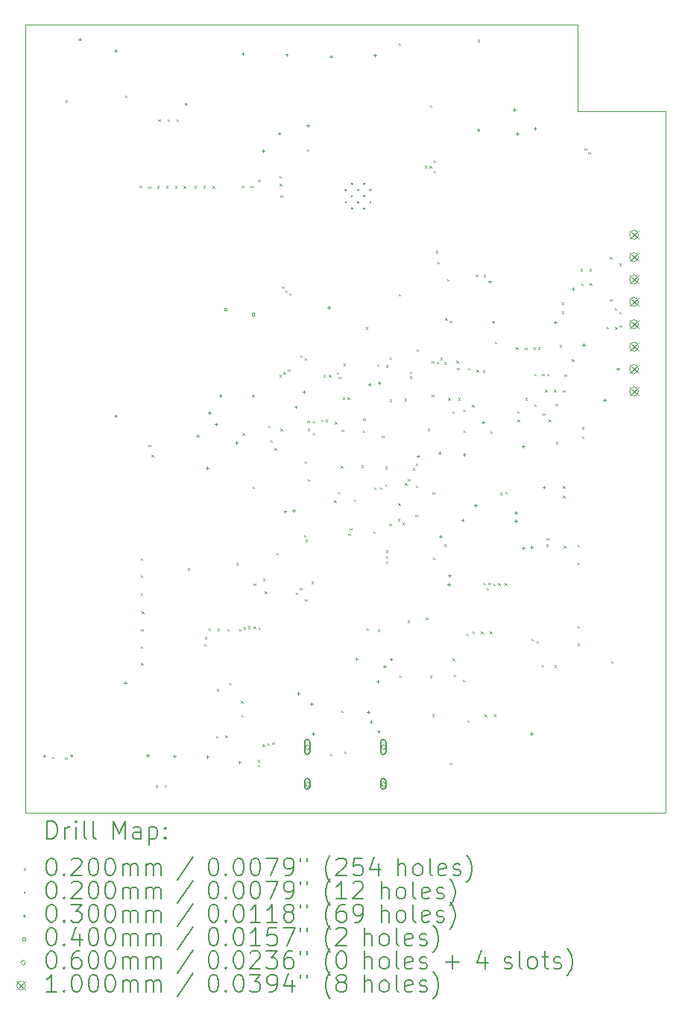
<source format=gbr>
%TF.GenerationSoftware,KiCad,Pcbnew,(7.0.0-0)*%
%TF.CreationDate,2023-04-29T12:32:31-06:00*%
%TF.ProjectId,EV6 Board Design,45563620-426f-4617-9264-204465736967,rev?*%
%TF.SameCoordinates,Original*%
%TF.FileFunction,Drillmap*%
%TF.FilePolarity,Positive*%
%FSLAX45Y45*%
G04 Gerber Fmt 4.5, Leading zero omitted, Abs format (unit mm)*
G04 Created by KiCad (PCBNEW (7.0.0-0)) date 2023-04-29 12:32:31*
%MOMM*%
%LPD*%
G01*
G04 APERTURE LIST*
%ADD10C,0.050000*%
%ADD11C,0.200000*%
%ADD12C,0.020000*%
%ADD13C,0.030000*%
%ADD14C,0.040000*%
%ADD15C,0.060000*%
%ADD16C,0.100000*%
G04 APERTURE END LIST*
D10*
X17668750Y-6588500D02*
X18668750Y-6588500D01*
X18668750Y-14543500D01*
X11398750Y-14543500D01*
X11398750Y-5602500D01*
X17668750Y-5602500D01*
X17668750Y-6588500D01*
D11*
D12*
X11698750Y-13911500D02*
X11718750Y-13931500D01*
X11718750Y-13911500D02*
X11698750Y-13931500D01*
X11844572Y-13916904D02*
X11864572Y-13936904D01*
X11864572Y-13916904D02*
X11844572Y-13936904D01*
X11848250Y-6464000D02*
X11868250Y-6484000D01*
X11868250Y-6464000D02*
X11848250Y-6484000D01*
X12528750Y-6406500D02*
X12548750Y-6426500D01*
X12548750Y-6406500D02*
X12528750Y-6426500D01*
X12694091Y-7432805D02*
X12714091Y-7452805D01*
X12714091Y-7432805D02*
X12694091Y-7452805D01*
X12705750Y-11851500D02*
X12725750Y-11871500D01*
X12725750Y-11851500D02*
X12705750Y-11871500D01*
X12705750Y-12657500D02*
X12725750Y-12677500D01*
X12725750Y-12657500D02*
X12705750Y-12677500D01*
X12706750Y-11658500D02*
X12726750Y-11678500D01*
X12726750Y-11658500D02*
X12706750Y-11678500D01*
X12707750Y-12053500D02*
X12727750Y-12073500D01*
X12727750Y-12053500D02*
X12707750Y-12073500D01*
X12709750Y-12462500D02*
X12729750Y-12482500D01*
X12729750Y-12462500D02*
X12709750Y-12482500D01*
X12709750Y-12846500D02*
X12729750Y-12866500D01*
X12729750Y-12846500D02*
X12709750Y-12866500D01*
X12718750Y-12263500D02*
X12738750Y-12283500D01*
X12738750Y-12263500D02*
X12718750Y-12283500D01*
X12793819Y-7439469D02*
X12813819Y-7459469D01*
X12813819Y-7439469D02*
X12793819Y-7459469D01*
X12794400Y-10368500D02*
X12814400Y-10388500D01*
X12814400Y-10368500D02*
X12794400Y-10388500D01*
X12827100Y-10484500D02*
X12847100Y-10504500D01*
X12847100Y-10484500D02*
X12827100Y-10504500D01*
X12874750Y-14234500D02*
X12894750Y-14254500D01*
X12894750Y-14234500D02*
X12874750Y-14254500D01*
X12893750Y-7437500D02*
X12913750Y-7457500D01*
X12913750Y-7437500D02*
X12893750Y-7457500D01*
X12903750Y-6680050D02*
X12923750Y-6700050D01*
X12923750Y-6680050D02*
X12903750Y-6700050D01*
X12975750Y-14229500D02*
X12995750Y-14249500D01*
X12995750Y-14229500D02*
X12975750Y-14249500D01*
X12993700Y-7437500D02*
X13013700Y-7457500D01*
X13013700Y-7437500D02*
X12993700Y-7457500D01*
X13008750Y-6679500D02*
X13028750Y-6699500D01*
X13028750Y-6679500D02*
X13008750Y-6699500D01*
X13093651Y-7437500D02*
X13113651Y-7457500D01*
X13113651Y-7437500D02*
X13093651Y-7457500D01*
X13109156Y-6680050D02*
X13129156Y-6700050D01*
X13129156Y-6680050D02*
X13109156Y-6700050D01*
X13193601Y-7437500D02*
X13213601Y-7457500D01*
X13213601Y-7437500D02*
X13193601Y-7457500D01*
X13238750Y-11772500D02*
X13258750Y-11792500D01*
X13258750Y-11772500D02*
X13238750Y-11792500D01*
X13313750Y-7437500D02*
X13333750Y-7457500D01*
X13333750Y-7437500D02*
X13313750Y-7457500D01*
X13418750Y-7437500D02*
X13438750Y-7457500D01*
X13438750Y-7437500D02*
X13418750Y-7457500D01*
X13423850Y-12631041D02*
X13443850Y-12651041D01*
X13443850Y-12631041D02*
X13423850Y-12651041D01*
X13433050Y-12550647D02*
X13453050Y-12570647D01*
X13453050Y-12550647D02*
X13433050Y-12570647D01*
X13476576Y-12454062D02*
X13496576Y-12474062D01*
X13496576Y-12454062D02*
X13476576Y-12474062D01*
X13523750Y-7437500D02*
X13543750Y-7457500D01*
X13543750Y-7437500D02*
X13523750Y-7457500D01*
X13562788Y-13673856D02*
X13582788Y-13693856D01*
X13582788Y-13673856D02*
X13562788Y-13693856D01*
X13567250Y-13144000D02*
X13587250Y-13164000D01*
X13587250Y-13144000D02*
X13567250Y-13164000D01*
X13576450Y-12457977D02*
X13596450Y-12477977D01*
X13596450Y-12457977D02*
X13576450Y-12477977D01*
X13665750Y-13669950D02*
X13685750Y-13689950D01*
X13685750Y-13669950D02*
X13665750Y-13689950D01*
X13688450Y-12462500D02*
X13708450Y-12482500D01*
X13708450Y-12462500D02*
X13688450Y-12482500D01*
X13711750Y-13072500D02*
X13731750Y-13092500D01*
X13731750Y-13072500D02*
X13711750Y-13092500D01*
X13791221Y-11713971D02*
X13811221Y-11733971D01*
X13811221Y-11713971D02*
X13791221Y-11733971D01*
X13821050Y-12462200D02*
X13841050Y-12482200D01*
X13841050Y-12462200D02*
X13821050Y-12482200D01*
X13844750Y-13278500D02*
X13864750Y-13298500D01*
X13864750Y-13278500D02*
X13844750Y-13298500D01*
X13847950Y-13437950D02*
X13867950Y-13457950D01*
X13867950Y-13437950D02*
X13847950Y-13457950D01*
X13853750Y-7432500D02*
X13873750Y-7452500D01*
X13873750Y-7432500D02*
X13853750Y-7452500D01*
X13859750Y-10238500D02*
X13879750Y-10258500D01*
X13879750Y-10238500D02*
X13859750Y-10258500D01*
X13871916Y-12441411D02*
X13891916Y-12461411D01*
X13891916Y-12441411D02*
X13871916Y-12461411D01*
X13926270Y-12433338D02*
X13946270Y-12453338D01*
X13946270Y-12433338D02*
X13926270Y-12453338D01*
X13953700Y-7432500D02*
X13973700Y-7452500D01*
X13973700Y-7432500D02*
X13953700Y-7452500D01*
X13976750Y-10845500D02*
X13996750Y-10865500D01*
X13996750Y-10845500D02*
X13976750Y-10865500D01*
X13988213Y-12433338D02*
X14008213Y-12453338D01*
X14008213Y-12433338D02*
X13988213Y-12453338D01*
X13989250Y-11946400D02*
X14009250Y-11966400D01*
X14009250Y-11946400D02*
X13989250Y-11966400D01*
X14036200Y-13946500D02*
X14056200Y-13966500D01*
X14056200Y-13946500D02*
X14036200Y-13966500D01*
X14036200Y-14001450D02*
X14056200Y-14021450D01*
X14056200Y-14001450D02*
X14036200Y-14021450D01*
X14038750Y-7366200D02*
X14058750Y-7386200D01*
X14058750Y-7366200D02*
X14038750Y-7386200D01*
X14042232Y-12443410D02*
X14062232Y-12463410D01*
X14062232Y-12443410D02*
X14042232Y-12463410D01*
X14089750Y-13769500D02*
X14109750Y-13789500D01*
X14109750Y-13769500D02*
X14089750Y-13789500D01*
X14093750Y-11891200D02*
X14113750Y-11911200D01*
X14113750Y-11891200D02*
X14093750Y-11911200D01*
X14115767Y-12034000D02*
X14135767Y-12054000D01*
X14135767Y-12034000D02*
X14115767Y-12054000D01*
X14144307Y-13756949D02*
X14164307Y-13776949D01*
X14164307Y-13756949D02*
X14144307Y-13776949D01*
X14153750Y-10152500D02*
X14173750Y-10172500D01*
X14173750Y-10152500D02*
X14153750Y-10172500D01*
X14177918Y-10318678D02*
X14197918Y-10338678D01*
X14197918Y-10318678D02*
X14177918Y-10338678D01*
X14198750Y-13749500D02*
X14218750Y-13769500D01*
X14218750Y-13749500D02*
X14198750Y-13769500D01*
X14223750Y-10407500D02*
X14243750Y-10427500D01*
X14243750Y-10407500D02*
X14223750Y-10427500D01*
X14246900Y-11597200D02*
X14266900Y-11617200D01*
X14266900Y-11597200D02*
X14246900Y-11617200D01*
X14281143Y-9578700D02*
X14301143Y-9598700D01*
X14301143Y-9578700D02*
X14281143Y-9598700D01*
X14282750Y-7323500D02*
X14302750Y-7343500D01*
X14302750Y-7323500D02*
X14282750Y-7343500D01*
X14283750Y-7412500D02*
X14303750Y-7432500D01*
X14303750Y-7412500D02*
X14283750Y-7432500D01*
X14293750Y-7542500D02*
X14313750Y-7562500D01*
X14313750Y-7542500D02*
X14293750Y-7562500D01*
X14293750Y-10187500D02*
X14313750Y-10207500D01*
X14313750Y-10187500D02*
X14293750Y-10207500D01*
X14310928Y-8576899D02*
X14330928Y-8596899D01*
X14330928Y-8576899D02*
X14310928Y-8596899D01*
X14326640Y-9546000D02*
X14346640Y-9566000D01*
X14346640Y-9546000D02*
X14326640Y-9566000D01*
X14349784Y-8615755D02*
X14369784Y-8635755D01*
X14369784Y-8615755D02*
X14349784Y-8635755D01*
X14376750Y-9513300D02*
X14396750Y-9533300D01*
X14396750Y-9513300D02*
X14376750Y-9533300D01*
X14388640Y-8654610D02*
X14408640Y-8674610D01*
X14408640Y-8654610D02*
X14388640Y-8674610D01*
X14465017Y-12045667D02*
X14485017Y-12065667D01*
X14485017Y-12045667D02*
X14465017Y-12065667D01*
X14512007Y-11998677D02*
X14532007Y-12018677D01*
X14532007Y-11998677D02*
X14512007Y-12018677D01*
X14516200Y-9353300D02*
X14536200Y-9373300D01*
X14536200Y-9353300D02*
X14516200Y-9373300D01*
X14558606Y-11397435D02*
X14578606Y-11417435D01*
X14578606Y-11397435D02*
X14558606Y-11417435D01*
X14566463Y-9386000D02*
X14586463Y-9406000D01*
X14586463Y-9386000D02*
X14566463Y-9406000D01*
X14566750Y-10557500D02*
X14586750Y-10577500D01*
X14586750Y-10557500D02*
X14566750Y-10577500D01*
X14570750Y-12121500D02*
X14590750Y-12141500D01*
X14590750Y-12121500D02*
X14570750Y-12141500D01*
X14577043Y-11449200D02*
X14597043Y-11469200D01*
X14597043Y-11449200D02*
X14577043Y-11469200D01*
X14591750Y-7018500D02*
X14611750Y-7038500D01*
X14611750Y-7018500D02*
X14591750Y-7038500D01*
X14597821Y-10098629D02*
X14617821Y-10118629D01*
X14617821Y-10098629D02*
X14597821Y-10118629D01*
X14600750Y-10189300D02*
X14620750Y-10209300D01*
X14620750Y-10189300D02*
X14600750Y-10209300D01*
X14601750Y-10760500D02*
X14621750Y-10780500D01*
X14621750Y-10760500D02*
X14601750Y-10780500D01*
X14646750Y-11925500D02*
X14666750Y-11945500D01*
X14666750Y-11925500D02*
X14646750Y-11945500D01*
X14661750Y-10234500D02*
X14681750Y-10254500D01*
X14681750Y-10234500D02*
X14661750Y-10254500D01*
X14662750Y-10099500D02*
X14682750Y-10119500D01*
X14682750Y-10099500D02*
X14662750Y-10119500D01*
X14752750Y-10085500D02*
X14772750Y-10105500D01*
X14772750Y-10085500D02*
X14752750Y-10105500D01*
X14779750Y-9579500D02*
X14799750Y-9599500D01*
X14799750Y-9579500D02*
X14779750Y-9599500D01*
X14807689Y-10086621D02*
X14827689Y-10106621D01*
X14827689Y-10086621D02*
X14807689Y-10106621D01*
X14841721Y-9579529D02*
X14861721Y-9599529D01*
X14861721Y-9579529D02*
X14841721Y-9599529D01*
X14853750Y-13877500D02*
X14873750Y-13897500D01*
X14873750Y-13877500D02*
X14853750Y-13897500D01*
X14903750Y-11001500D02*
X14923750Y-11021500D01*
X14923750Y-11001500D02*
X14903750Y-11021500D01*
X14909750Y-10113700D02*
X14929750Y-10133700D01*
X14929750Y-10113700D02*
X14909750Y-10133700D01*
X14932383Y-9547076D02*
X14952383Y-9567076D01*
X14952383Y-9547076D02*
X14932383Y-9567076D01*
X14946550Y-10906000D02*
X14966550Y-10926000D01*
X14966550Y-10906000D02*
X14946550Y-10926000D01*
X14951750Y-9598500D02*
X14971750Y-9618500D01*
X14971750Y-9598500D02*
X14951750Y-9618500D01*
X14979250Y-10610500D02*
X14999250Y-10630500D01*
X14999250Y-10610500D02*
X14979250Y-10630500D01*
X14982122Y-13387450D02*
X15002122Y-13407450D01*
X15002122Y-13387450D02*
X14982122Y-13407450D01*
X14985630Y-10202620D02*
X15005630Y-10222620D01*
X15005630Y-10202620D02*
X14985630Y-10222620D01*
X14998800Y-9832500D02*
X15018800Y-9852500D01*
X15018800Y-9832500D02*
X14998800Y-9852500D01*
X15006844Y-9451406D02*
X15026844Y-9471406D01*
X15026844Y-9451406D02*
X15006844Y-9471406D01*
X15014369Y-13853119D02*
X15034369Y-13873119D01*
X15034369Y-13853119D02*
X15014369Y-13873119D01*
X15053750Y-9832500D02*
X15073750Y-9852500D01*
X15073750Y-9832500D02*
X15053750Y-9852500D01*
X15064806Y-11376310D02*
X15084806Y-11396310D01*
X15084806Y-11376310D02*
X15064806Y-11396310D01*
X15078750Y-11317500D02*
X15098750Y-11337500D01*
X15098750Y-11317500D02*
X15078750Y-11337500D01*
X15127750Y-10986600D02*
X15147750Y-11006600D01*
X15147750Y-10986600D02*
X15127750Y-11006600D01*
X15208800Y-10604000D02*
X15228800Y-10624000D01*
X15228800Y-10604000D02*
X15208800Y-10624000D01*
X15227750Y-10207500D02*
X15247750Y-10227500D01*
X15247750Y-10207500D02*
X15227750Y-10227500D01*
X15231300Y-10075231D02*
X15251300Y-10095231D01*
X15251300Y-10075231D02*
X15231300Y-10095231D01*
X15263750Y-9037550D02*
X15283750Y-9057550D01*
X15283750Y-9037550D02*
X15263750Y-9057550D01*
X15271750Y-12453500D02*
X15291750Y-12473500D01*
X15291750Y-12453500D02*
X15271750Y-12473500D01*
X15348750Y-11352500D02*
X15368750Y-11372500D01*
X15368750Y-11352500D02*
X15348750Y-11372500D01*
X15356200Y-10851600D02*
X15376200Y-10871600D01*
X15376200Y-10851600D02*
X15356200Y-10871600D01*
X15389666Y-9454832D02*
X15409666Y-9474832D01*
X15409666Y-9454832D02*
X15389666Y-9474832D01*
X15399750Y-12466500D02*
X15419750Y-12486500D01*
X15419750Y-12466500D02*
X15399750Y-12486500D01*
X15423750Y-10851600D02*
X15443750Y-10871600D01*
X15443750Y-10851600D02*
X15423750Y-10871600D01*
X15443750Y-10267500D02*
X15463750Y-10287500D01*
X15463750Y-10267500D02*
X15443750Y-10287500D01*
X15481300Y-10819700D02*
X15501300Y-10839700D01*
X15501300Y-10819700D02*
X15481300Y-10839700D01*
X15481790Y-10621622D02*
X15501790Y-10641622D01*
X15501790Y-10621622D02*
X15481790Y-10641622D01*
X15488708Y-9468276D02*
X15508708Y-9488276D01*
X15508708Y-9468276D02*
X15488708Y-9488276D01*
X15488750Y-11689500D02*
X15508750Y-11709500D01*
X15508750Y-11689500D02*
X15488750Y-11709500D01*
X15489400Y-11569500D02*
X15509400Y-11589500D01*
X15509400Y-11569500D02*
X15489400Y-11589500D01*
X15489400Y-11633500D02*
X15509400Y-11653500D01*
X15509400Y-11633500D02*
X15489400Y-11653500D01*
X15528750Y-11267500D02*
X15548750Y-11287500D01*
X15548750Y-11267500D02*
X15528750Y-11287500D01*
X15534257Y-9377993D02*
X15554257Y-9397993D01*
X15554257Y-9377993D02*
X15534257Y-9397993D01*
X15534960Y-9857500D02*
X15554960Y-9877500D01*
X15554960Y-9857500D02*
X15534960Y-9877500D01*
X15625750Y-11214500D02*
X15645750Y-11234500D01*
X15645750Y-11214500D02*
X15625750Y-11234500D01*
X15629931Y-11034319D02*
X15649931Y-11054319D01*
X15649931Y-11034319D02*
X15629931Y-11054319D01*
X15632750Y-8662500D02*
X15652750Y-8682500D01*
X15652750Y-8662500D02*
X15632750Y-8682500D01*
X15633750Y-5814500D02*
X15653750Y-5834500D01*
X15653750Y-5814500D02*
X15633750Y-5834500D01*
X15642550Y-12987500D02*
X15662550Y-13007500D01*
X15662550Y-12987500D02*
X15642550Y-13007500D01*
X15674940Y-11256555D02*
X15694940Y-11276555D01*
X15694940Y-11256555D02*
X15674940Y-11276555D01*
X15705152Y-9851098D02*
X15725152Y-9871098D01*
X15725152Y-9851098D02*
X15705152Y-9871098D01*
X15708250Y-10807000D02*
X15728250Y-10827000D01*
X15728250Y-10807000D02*
X15708250Y-10827000D01*
X15738600Y-12365700D02*
X15758600Y-12385700D01*
X15758600Y-12365700D02*
X15738600Y-12385700D01*
X15740750Y-10757500D02*
X15760750Y-10777500D01*
X15760750Y-10757500D02*
X15740750Y-10777500D01*
X15761750Y-9539550D02*
X15781750Y-9559550D01*
X15781750Y-9539550D02*
X15761750Y-9559550D01*
X15761750Y-9594500D02*
X15781750Y-9614500D01*
X15781750Y-9594500D02*
X15761750Y-9614500D01*
X15794106Y-10637150D02*
X15814106Y-10657150D01*
X15814106Y-10637150D02*
X15794106Y-10657150D01*
X15826750Y-11168905D02*
X15846750Y-11188905D01*
X15846750Y-11168905D02*
X15826750Y-11188905D01*
X15828600Y-10834500D02*
X15848600Y-10854500D01*
X15848600Y-10834500D02*
X15828600Y-10854500D01*
X15830523Y-10581727D02*
X15850523Y-10601727D01*
X15850523Y-10581727D02*
X15830523Y-10601727D01*
X15837872Y-9287700D02*
X15857872Y-9307700D01*
X15857872Y-9287700D02*
X15837872Y-9307700D01*
X15931814Y-7208246D02*
X15951814Y-7228246D01*
X15951814Y-7208246D02*
X15931814Y-7228246D01*
X15942750Y-12331700D02*
X15962750Y-12351700D01*
X15962750Y-12331700D02*
X15942750Y-12351700D01*
X15963750Y-10187500D02*
X15983750Y-10207500D01*
X15983750Y-10187500D02*
X15963750Y-10207500D01*
X15986750Y-7209500D02*
X16006750Y-7229500D01*
X16006750Y-7209500D02*
X15986750Y-7229500D01*
X15988750Y-12992500D02*
X16008750Y-13012500D01*
X16008750Y-12992500D02*
X15988750Y-13012500D01*
X15991750Y-6518500D02*
X16011750Y-6538500D01*
X16011750Y-6518500D02*
X15991750Y-6538500D01*
X16010950Y-9803050D02*
X16030950Y-9823050D01*
X16030950Y-9803050D02*
X16010950Y-9823050D01*
X16011122Y-9421685D02*
X16031122Y-9441685D01*
X16031122Y-9421685D02*
X16011122Y-9441685D01*
X16013750Y-13432500D02*
X16033750Y-13452500D01*
X16033750Y-13432500D02*
X16013750Y-13452500D01*
X16021583Y-10913500D02*
X16041583Y-10933500D01*
X16041583Y-10913500D02*
X16021583Y-10933500D01*
X16025779Y-11648471D02*
X16045779Y-11668471D01*
X16045779Y-11648471D02*
X16025779Y-11668471D01*
X16030750Y-7261500D02*
X16050750Y-7281500D01*
X16050750Y-7261500D02*
X16030750Y-7281500D01*
X16032750Y-7144500D02*
X16052750Y-7164500D01*
X16052750Y-7144500D02*
X16032750Y-7164500D01*
X16058750Y-8172500D02*
X16078750Y-8192500D01*
X16078750Y-8172500D02*
X16058750Y-8192500D01*
X16065653Y-9428462D02*
X16085653Y-9448462D01*
X16085653Y-9428462D02*
X16065653Y-9448462D01*
X16077750Y-8297500D02*
X16097750Y-8317500D01*
X16097750Y-8297500D02*
X16077750Y-8317500D01*
X16109416Y-9384078D02*
X16129416Y-9404078D01*
X16129416Y-9384078D02*
X16109416Y-9404078D01*
X16151200Y-11501500D02*
X16171200Y-11521500D01*
X16171200Y-11501500D02*
X16151200Y-11521500D01*
X16153250Y-9434000D02*
X16173250Y-9454000D01*
X16173250Y-9434000D02*
X16153250Y-9454000D01*
X16163861Y-8935200D02*
X16183861Y-8955200D01*
X16183861Y-8935200D02*
X16163861Y-8955200D01*
X16186750Y-8488500D02*
X16206750Y-8508500D01*
X16206750Y-8488500D02*
X16186750Y-8508500D01*
X16198506Y-9842500D02*
X16218506Y-9862500D01*
X16218506Y-9842500D02*
X16198506Y-9862500D01*
X16213800Y-8967900D02*
X16233800Y-8987900D01*
X16233800Y-8967900D02*
X16213800Y-8987900D01*
X16219750Y-13978500D02*
X16239750Y-13998500D01*
X16239750Y-13978500D02*
X16219750Y-13998500D01*
X16246750Y-9987800D02*
X16266750Y-10007800D01*
X16266750Y-9987800D02*
X16246750Y-10007800D01*
X16247750Y-12796500D02*
X16267750Y-12816500D01*
X16267750Y-12796500D02*
X16247750Y-12816500D01*
X16263750Y-12977450D02*
X16283750Y-12997450D01*
X16283750Y-12977450D02*
X16263750Y-12997450D01*
X16289544Y-9418294D02*
X16309544Y-9438294D01*
X16309544Y-9418294D02*
X16289544Y-9438294D01*
X16300425Y-9501175D02*
X16320425Y-9521175D01*
X16320425Y-9501175D02*
X16300425Y-9521175D01*
X16312750Y-9842500D02*
X16332750Y-9862500D01*
X16332750Y-9842500D02*
X16312750Y-9862500D01*
X16361750Y-13037500D02*
X16381750Y-13057500D01*
X16381750Y-13037500D02*
X16361750Y-13057500D01*
X16368750Y-10212500D02*
X16388750Y-10232500D01*
X16388750Y-10212500D02*
X16368750Y-10232500D01*
X16372750Y-9970500D02*
X16392750Y-9990500D01*
X16392750Y-9970500D02*
X16372750Y-9990500D01*
X16406750Y-12512500D02*
X16426750Y-12532500D01*
X16426750Y-12512500D02*
X16406750Y-12532500D01*
X16414750Y-13493500D02*
X16434750Y-13513500D01*
X16434750Y-13493500D02*
X16414750Y-13513500D01*
X16421100Y-9497150D02*
X16441100Y-9517150D01*
X16441100Y-9497150D02*
X16421100Y-9517150D01*
X16467750Y-9916500D02*
X16487750Y-9936500D01*
X16487750Y-9916500D02*
X16467750Y-9936500D01*
X16470750Y-12488500D02*
X16490750Y-12508500D01*
X16490750Y-12488500D02*
X16470750Y-12508500D01*
X16509950Y-8441500D02*
X16529950Y-8461500D01*
X16529950Y-8441500D02*
X16509950Y-8461500D01*
X16521050Y-9519800D02*
X16541050Y-9539800D01*
X16541050Y-9519800D02*
X16521050Y-9539800D01*
X16533750Y-5777500D02*
X16553750Y-5797500D01*
X16553750Y-5777500D02*
X16533750Y-5797500D01*
X16570679Y-12490560D02*
X16590679Y-12510560D01*
X16590679Y-12490560D02*
X16570679Y-12510560D01*
X16593250Y-9527000D02*
X16613250Y-9547000D01*
X16613250Y-9527000D02*
X16593250Y-9547000D01*
X16597550Y-8445500D02*
X16617550Y-8465500D01*
X16617550Y-8445500D02*
X16597550Y-8465500D01*
X16599855Y-11935054D02*
X16619855Y-11955054D01*
X16619855Y-11935054D02*
X16599855Y-11955054D01*
X16613750Y-13430500D02*
X16633750Y-13450500D01*
X16633750Y-13430500D02*
X16613750Y-13450500D01*
X16634696Y-11997554D02*
X16654696Y-12017554D01*
X16654696Y-11997554D02*
X16634696Y-12017554D01*
X16654771Y-11936999D02*
X16674771Y-11956999D01*
X16674771Y-11936999D02*
X16654771Y-11956999D01*
X16670629Y-12490497D02*
X16690629Y-12510497D01*
X16690629Y-12490497D02*
X16670629Y-12510497D01*
X16673750Y-10217500D02*
X16693750Y-10237500D01*
X16693750Y-10217500D02*
X16673750Y-10237500D01*
X16709294Y-11943839D02*
X16729294Y-11963839D01*
X16729294Y-11943839D02*
X16709294Y-11963839D01*
X16716750Y-13430500D02*
X16736750Y-13450500D01*
X16736750Y-13430500D02*
X16716750Y-13450500D01*
X16725156Y-9200906D02*
X16745156Y-9220906D01*
X16745156Y-9200906D02*
X16725156Y-9220906D01*
X16764109Y-11939982D02*
X16784109Y-11959982D01*
X16784109Y-11939982D02*
X16764109Y-11959982D01*
X16784750Y-10915500D02*
X16804750Y-10935500D01*
X16804750Y-10915500D02*
X16784750Y-10935500D01*
X16842750Y-11941500D02*
X16862750Y-11961500D01*
X16862750Y-11941500D02*
X16842750Y-11961500D01*
X16843333Y-10904650D02*
X16863333Y-10924650D01*
X16863333Y-10904650D02*
X16843333Y-10924650D01*
X16967814Y-9265564D02*
X16987814Y-9285564D01*
X16987814Y-9265564D02*
X16967814Y-9285564D01*
X16979674Y-9987633D02*
X16999674Y-10007633D01*
X16999674Y-9987633D02*
X16979674Y-10007633D01*
X16983750Y-10087500D02*
X17003750Y-10107500D01*
X17003750Y-10087500D02*
X16983750Y-10107500D01*
X17070750Y-9268700D02*
X17090750Y-9288700D01*
X17090750Y-9268700D02*
X17070750Y-9288700D01*
X17072750Y-9842500D02*
X17092750Y-9862500D01*
X17092750Y-9842500D02*
X17072750Y-9862500D01*
X17139750Y-12571500D02*
X17159750Y-12591500D01*
X17159750Y-12571500D02*
X17139750Y-12591500D01*
X17165750Y-9266500D02*
X17185750Y-9286500D01*
X17185750Y-9266500D02*
X17165750Y-9286500D01*
X17177750Y-9911500D02*
X17197750Y-9931500D01*
X17197750Y-9911500D02*
X17177750Y-9931500D01*
X17177800Y-9567350D02*
X17197800Y-9587350D01*
X17197800Y-9567350D02*
X17177800Y-9587350D01*
X17202750Y-12596500D02*
X17222750Y-12616500D01*
X17222750Y-12596500D02*
X17202750Y-12616500D01*
X17220660Y-9264388D02*
X17240660Y-9284388D01*
X17240660Y-9264388D02*
X17220660Y-9284388D01*
X17257750Y-12869500D02*
X17277750Y-12889500D01*
X17277750Y-12869500D02*
X17257750Y-12889500D01*
X17265400Y-9567350D02*
X17285400Y-9587350D01*
X17285400Y-9567350D02*
X17265400Y-9587350D01*
X17271750Y-10015500D02*
X17291750Y-10035500D01*
X17291750Y-10015500D02*
X17271750Y-10035500D01*
X17298746Y-9747504D02*
X17318746Y-9767504D01*
X17318746Y-9747504D02*
X17298746Y-9767504D01*
X17313750Y-11500500D02*
X17333750Y-11520500D01*
X17333750Y-11500500D02*
X17313750Y-11520500D01*
X17314750Y-11429500D02*
X17334750Y-11449500D01*
X17334750Y-11429500D02*
X17314750Y-11449500D01*
X17320350Y-9567350D02*
X17340350Y-9587350D01*
X17340350Y-9567350D02*
X17320350Y-9587350D01*
X17341741Y-10086853D02*
X17361741Y-10106853D01*
X17361741Y-10086853D02*
X17341741Y-10106853D01*
X17398690Y-9748682D02*
X17418690Y-9768682D01*
X17418690Y-9748682D02*
X17398690Y-9768682D01*
X17405750Y-12872500D02*
X17425750Y-12892500D01*
X17425750Y-12872500D02*
X17405750Y-12892500D01*
X17417713Y-9905591D02*
X17437713Y-9925591D01*
X17437713Y-9905591D02*
X17417713Y-9925591D01*
X17420302Y-10341948D02*
X17440302Y-10361948D01*
X17440302Y-10341948D02*
X17420302Y-10361948D01*
X17462550Y-9241596D02*
X17482550Y-9261596D01*
X17482550Y-9241596D02*
X17462550Y-9261596D01*
X17488529Y-8758575D02*
X17508529Y-8778575D01*
X17508529Y-8758575D02*
X17488529Y-8778575D01*
X17490750Y-8858500D02*
X17510750Y-8878500D01*
X17510750Y-8858500D02*
X17490750Y-8878500D01*
X17500576Y-9754089D02*
X17520576Y-9774089D01*
X17520576Y-9754089D02*
X17500576Y-9774089D01*
X17501750Y-10840500D02*
X17521750Y-10860500D01*
X17521750Y-10840500D02*
X17501750Y-10860500D01*
X17501750Y-10949500D02*
X17521750Y-10969500D01*
X17521750Y-10949500D02*
X17501750Y-10969500D01*
X17509750Y-11516500D02*
X17529750Y-11536500D01*
X17529750Y-11516500D02*
X17509750Y-11536500D01*
X17518800Y-9577500D02*
X17538800Y-9597500D01*
X17538800Y-9577500D02*
X17518800Y-9597500D01*
X17603750Y-9402500D02*
X17623750Y-9422500D01*
X17623750Y-9402500D02*
X17603750Y-9422500D01*
X17666200Y-11507500D02*
X17686200Y-11527500D01*
X17686200Y-11507500D02*
X17666200Y-11527500D01*
X17666200Y-11709500D02*
X17686200Y-11729500D01*
X17686200Y-11709500D02*
X17666200Y-11729500D01*
X17666200Y-12427500D02*
X17686200Y-12447500D01*
X17686200Y-12427500D02*
X17666200Y-12447500D01*
X17666200Y-12627500D02*
X17686200Y-12647500D01*
X17686200Y-12627500D02*
X17666200Y-12647500D01*
X17700805Y-8376541D02*
X17720805Y-8396541D01*
X17720805Y-8376541D02*
X17700805Y-8396541D01*
X17706881Y-8540535D02*
X17726881Y-8560535D01*
X17726881Y-8540535D02*
X17706881Y-8560535D01*
X17715750Y-10170500D02*
X17735750Y-10190500D01*
X17735750Y-10170500D02*
X17715750Y-10190500D01*
X17716750Y-10275500D02*
X17736750Y-10295500D01*
X17736750Y-10275500D02*
X17716750Y-10295500D01*
X17745950Y-7007276D02*
X17765950Y-7027276D01*
X17765950Y-7007276D02*
X17745950Y-7027276D01*
X17789750Y-7051076D02*
X17809750Y-7071076D01*
X17809750Y-7051076D02*
X17789750Y-7071076D01*
X17800750Y-8375500D02*
X17820750Y-8395500D01*
X17820750Y-8375500D02*
X17800750Y-8395500D01*
X17806750Y-8536500D02*
X17826750Y-8556500D01*
X17826750Y-8536500D02*
X17806750Y-8556500D01*
X17995750Y-9031500D02*
X18015750Y-9051500D01*
X18015750Y-9031500D02*
X17995750Y-9051500D01*
X18033711Y-8241210D02*
X18053711Y-8261210D01*
X18053711Y-8241210D02*
X18033711Y-8261210D01*
X18034750Y-8720500D02*
X18054750Y-8740500D01*
X18054750Y-8720500D02*
X18034750Y-8740500D01*
X18048750Y-12827500D02*
X18068750Y-12847500D01*
X18068750Y-12827500D02*
X18048750Y-12847500D01*
X18089750Y-8822700D02*
X18109750Y-8842700D01*
X18109750Y-8822700D02*
X18089750Y-8842700D01*
X18095524Y-9037439D02*
X18115524Y-9057439D01*
X18115524Y-9037439D02*
X18095524Y-9057439D01*
X18142750Y-8317500D02*
X18162750Y-8337500D01*
X18162750Y-8317500D02*
X18142750Y-8337500D01*
X18142750Y-8865500D02*
X18162750Y-8885500D01*
X18162750Y-8865500D02*
X18142750Y-8885500D01*
X18146291Y-9016410D02*
X18166291Y-9036410D01*
X18166291Y-9016410D02*
X18146291Y-9036410D01*
X15043750Y-7481000D02*
G75*
G03*
X15043750Y-7481000I-10000J0D01*
G01*
X15043750Y-7621000D02*
G75*
G03*
X15043750Y-7621000I-10000J0D01*
G01*
X15113750Y-7411000D02*
G75*
G03*
X15113750Y-7411000I-10000J0D01*
G01*
X15113750Y-7551000D02*
G75*
G03*
X15113750Y-7551000I-10000J0D01*
G01*
X15113750Y-7691000D02*
G75*
G03*
X15113750Y-7691000I-10000J0D01*
G01*
X15183750Y-7481000D02*
G75*
G03*
X15183750Y-7481000I-10000J0D01*
G01*
X15183750Y-7621000D02*
G75*
G03*
X15183750Y-7621000I-10000J0D01*
G01*
X15253750Y-7411000D02*
G75*
G03*
X15253750Y-7411000I-10000J0D01*
G01*
X15253750Y-7551000D02*
G75*
G03*
X15253750Y-7551000I-10000J0D01*
G01*
X15253750Y-7691000D02*
G75*
G03*
X15253750Y-7691000I-10000J0D01*
G01*
X15323750Y-7481000D02*
G75*
G03*
X15323750Y-7481000I-10000J0D01*
G01*
X15323750Y-7621000D02*
G75*
G03*
X15323750Y-7621000I-10000J0D01*
G01*
D13*
X11608750Y-13885500D02*
X11608750Y-13915500D01*
X11593750Y-13900500D02*
X11623750Y-13900500D01*
X11915750Y-13883500D02*
X11915750Y-13913500D01*
X11900750Y-13898500D02*
X11930750Y-13898500D01*
X12012750Y-5757500D02*
X12012750Y-5787500D01*
X11997750Y-5772500D02*
X12027750Y-5772500D01*
X12421750Y-5887500D02*
X12421750Y-5917500D01*
X12406750Y-5902500D02*
X12436750Y-5902500D01*
X12421750Y-10029500D02*
X12421750Y-10059500D01*
X12406750Y-10044500D02*
X12436750Y-10044500D01*
X12528750Y-13055500D02*
X12528750Y-13085500D01*
X12513750Y-13070500D02*
X12543750Y-13070500D01*
X12783750Y-13878500D02*
X12783750Y-13908500D01*
X12768750Y-13893500D02*
X12798750Y-13893500D01*
X13088750Y-13890500D02*
X13088750Y-13920500D01*
X13073750Y-13905500D02*
X13103750Y-13905500D01*
X13218750Y-6490500D02*
X13218750Y-6520500D01*
X13203750Y-6505500D02*
X13233750Y-6505500D01*
X13352750Y-10256500D02*
X13352750Y-10286500D01*
X13337750Y-10271500D02*
X13367750Y-10271500D01*
X13458750Y-10617500D02*
X13458750Y-10647500D01*
X13443750Y-10632500D02*
X13473750Y-10632500D01*
X13463750Y-13896500D02*
X13463750Y-13926500D01*
X13448750Y-13911500D02*
X13478750Y-13911500D01*
X13485250Y-9991000D02*
X13485250Y-10021000D01*
X13470250Y-10006000D02*
X13500250Y-10006000D01*
X13563750Y-10122500D02*
X13563750Y-10152500D01*
X13548750Y-10137500D02*
X13578750Y-10137500D01*
X13608750Y-9799500D02*
X13608750Y-9829500D01*
X13593750Y-9814500D02*
X13623750Y-9814500D01*
X13793750Y-10332500D02*
X13793750Y-10362500D01*
X13778750Y-10347500D02*
X13808750Y-10347500D01*
X13827231Y-13959800D02*
X13827231Y-13989800D01*
X13812231Y-13974800D02*
X13842231Y-13974800D01*
X13862750Y-5919500D02*
X13862750Y-5949500D01*
X13847750Y-5934500D02*
X13877750Y-5934500D01*
X13979750Y-9802500D02*
X13979750Y-9832500D01*
X13964750Y-9817500D02*
X13994750Y-9817500D01*
X14093750Y-7022500D02*
X14093750Y-7052500D01*
X14078750Y-7037500D02*
X14108750Y-7037500D01*
X14277750Y-6822500D02*
X14277750Y-6852500D01*
X14262750Y-6837500D02*
X14292750Y-6837500D01*
X14344411Y-11113538D02*
X14344411Y-11143538D01*
X14329411Y-11128538D02*
X14359411Y-11128538D01*
X14363750Y-5931500D02*
X14363750Y-5961500D01*
X14348750Y-5946500D02*
X14378750Y-5946500D01*
X14443750Y-11102500D02*
X14443750Y-11132500D01*
X14428750Y-11117500D02*
X14458750Y-11117500D01*
X14463750Y-9929500D02*
X14463750Y-9959500D01*
X14448750Y-9944500D02*
X14478750Y-9944500D01*
X14496319Y-13174931D02*
X14496319Y-13204931D01*
X14481319Y-13189931D02*
X14511319Y-13189931D01*
X14558750Y-9757500D02*
X14558750Y-9787500D01*
X14543750Y-9772500D02*
X14573750Y-9772500D01*
X14604700Y-6737550D02*
X14604700Y-6767550D01*
X14589700Y-6752550D02*
X14619700Y-6752550D01*
X14647250Y-13296000D02*
X14647250Y-13326000D01*
X14632250Y-13311000D02*
X14662250Y-13311000D01*
X14661750Y-13634500D02*
X14661750Y-13664500D01*
X14646750Y-13649500D02*
X14676750Y-13649500D01*
X14838750Y-8801500D02*
X14838750Y-8831500D01*
X14823750Y-8816500D02*
X14853750Y-8816500D01*
X14863750Y-5951500D02*
X14863750Y-5981500D01*
X14848750Y-5966500D02*
X14878750Y-5966500D01*
X15157050Y-12783502D02*
X15157050Y-12813502D01*
X15142050Y-12798502D02*
X15172050Y-12798502D01*
X15288750Y-13388800D02*
X15288750Y-13418800D01*
X15273750Y-13403800D02*
X15303750Y-13403800D01*
X15303750Y-9672500D02*
X15303750Y-9702500D01*
X15288750Y-9687500D02*
X15318750Y-9687500D01*
X15319750Y-13496500D02*
X15319750Y-13526500D01*
X15304750Y-13511500D02*
X15334750Y-13511500D01*
X15363750Y-5935500D02*
X15363750Y-5965500D01*
X15348750Y-5950500D02*
X15378750Y-5950500D01*
X15395750Y-13040500D02*
X15395750Y-13070500D01*
X15380750Y-13055500D02*
X15410750Y-13055500D01*
X15403750Y-13609500D02*
X15403750Y-13639500D01*
X15388750Y-13624500D02*
X15418750Y-13624500D01*
X15413750Y-9652500D02*
X15413750Y-9682500D01*
X15398750Y-9667500D02*
X15428750Y-9667500D01*
X15473750Y-12868500D02*
X15473750Y-12898500D01*
X15458750Y-12883500D02*
X15488750Y-12883500D01*
X15549250Y-12790000D02*
X15549250Y-12820000D01*
X15534250Y-12805000D02*
X15564250Y-12805000D01*
X15858750Y-10487500D02*
X15858750Y-10517500D01*
X15843750Y-10502500D02*
X15873750Y-10502500D01*
X16098750Y-10447500D02*
X16098750Y-10477500D01*
X16083750Y-10462500D02*
X16113750Y-10462500D01*
X16108750Y-11394500D02*
X16108750Y-11424500D01*
X16093750Y-11409500D02*
X16123750Y-11409500D01*
X16202800Y-11942450D02*
X16202800Y-11972450D01*
X16187800Y-11957450D02*
X16217800Y-11957450D01*
X16213750Y-11842500D02*
X16213750Y-11872500D01*
X16198750Y-11857500D02*
X16228750Y-11857500D01*
X16361250Y-11210000D02*
X16361250Y-11240000D01*
X16346250Y-11225000D02*
X16376250Y-11225000D01*
X16378750Y-10467500D02*
X16378750Y-10497500D01*
X16363750Y-10482500D02*
X16393750Y-10482500D01*
X16507750Y-11042500D02*
X16507750Y-11072500D01*
X16492750Y-11057500D02*
X16522750Y-11057500D01*
X16539250Y-6783000D02*
X16539250Y-6813000D01*
X16524250Y-6798000D02*
X16554250Y-6798000D01*
X16593838Y-10099154D02*
X16593838Y-10129154D01*
X16578838Y-10114154D02*
X16608838Y-10114154D01*
X16670050Y-8506200D02*
X16670050Y-8536200D01*
X16655050Y-8521200D02*
X16685050Y-8521200D01*
X16708750Y-8963500D02*
X16708750Y-8993500D01*
X16693750Y-8978500D02*
X16723750Y-8978500D01*
X16948750Y-6557500D02*
X16948750Y-6587500D01*
X16933750Y-6572500D02*
X16963750Y-6572500D01*
X16963750Y-11222500D02*
X16963750Y-11252500D01*
X16948750Y-11237500D02*
X16978750Y-11237500D01*
X16964971Y-11126721D02*
X16964971Y-11156721D01*
X16949971Y-11141721D02*
X16979971Y-11141721D01*
X16983750Y-6828500D02*
X16983750Y-6858500D01*
X16968750Y-6843500D02*
X16998750Y-6843500D01*
X17048750Y-10372500D02*
X17048750Y-10402500D01*
X17033750Y-10387500D02*
X17063750Y-10387500D01*
X17048750Y-11528500D02*
X17048750Y-11558500D01*
X17033750Y-11543500D02*
X17063750Y-11543500D01*
X17142750Y-13634500D02*
X17142750Y-13664500D01*
X17127750Y-13649500D02*
X17157750Y-13649500D01*
X17145750Y-11518500D02*
X17145750Y-11548500D01*
X17130750Y-11533500D02*
X17160750Y-11533500D01*
X17181750Y-6768500D02*
X17181750Y-6798500D01*
X17166750Y-6783500D02*
X17196750Y-6783500D01*
X17283750Y-10837500D02*
X17283750Y-10867500D01*
X17268750Y-10852500D02*
X17298750Y-10852500D01*
X17414750Y-8964500D02*
X17414750Y-8994500D01*
X17399750Y-8979500D02*
X17429750Y-8979500D01*
X17613750Y-8587500D02*
X17613750Y-8617500D01*
X17598750Y-8602500D02*
X17628750Y-8602500D01*
X17736300Y-9222500D02*
X17736300Y-9252500D01*
X17721300Y-9237500D02*
X17751300Y-9237500D01*
X17971750Y-9849500D02*
X17971750Y-9879500D01*
X17956750Y-9864500D02*
X17986750Y-9864500D01*
X18126750Y-9497500D02*
X18126750Y-9527500D01*
X18111750Y-9512500D02*
X18141750Y-9512500D01*
D14*
X13683892Y-8851392D02*
X13683892Y-8823108D01*
X13655608Y-8823108D01*
X13655608Y-8851392D01*
X13683892Y-8851392D01*
X13993142Y-8905142D02*
X13993142Y-8876858D01*
X13964858Y-8876858D01*
X13964858Y-8905142D01*
X13993142Y-8905142D01*
D15*
X14596750Y-13829500D02*
X14626750Y-13799500D01*
X14596750Y-13769500D01*
X14566750Y-13799500D01*
X14596750Y-13829500D01*
D11*
X14566750Y-13744500D02*
X14566750Y-13854500D01*
X14566750Y-13854500D02*
G75*
G03*
X14626750Y-13854500I30000J0D01*
G01*
X14626750Y-13854500D02*
X14626750Y-13744500D01*
X14626750Y-13744500D02*
G75*
G03*
X14566750Y-13744500I-30000J0D01*
G01*
D15*
X14596750Y-14247500D02*
X14626750Y-14217500D01*
X14596750Y-14187500D01*
X14566750Y-14217500D01*
X14596750Y-14247500D01*
D11*
X14566750Y-14187500D02*
X14566750Y-14247500D01*
X14566750Y-14247500D02*
G75*
G03*
X14626750Y-14247500I30000J0D01*
G01*
X14626750Y-14247500D02*
X14626750Y-14187500D01*
X14626750Y-14187500D02*
G75*
G03*
X14566750Y-14187500I-30000J0D01*
G01*
D15*
X15460750Y-13829500D02*
X15490750Y-13799500D01*
X15460750Y-13769500D01*
X15430750Y-13799500D01*
X15460750Y-13829500D01*
D11*
X15430750Y-13744500D02*
X15430750Y-13854500D01*
X15430750Y-13854500D02*
G75*
G03*
X15490750Y-13854500I30000J0D01*
G01*
X15490750Y-13854500D02*
X15490750Y-13744500D01*
X15490750Y-13744500D02*
G75*
G03*
X15430750Y-13744500I-30000J0D01*
G01*
D15*
X15460750Y-14247500D02*
X15490750Y-14217500D01*
X15460750Y-14187500D01*
X15430750Y-14217500D01*
X15460750Y-14247500D01*
D11*
X15430750Y-14187500D02*
X15430750Y-14247500D01*
X15430750Y-14247500D02*
G75*
G03*
X15490750Y-14247500I30000J0D01*
G01*
X15490750Y-14247500D02*
X15490750Y-14187500D01*
X15490750Y-14187500D02*
G75*
G03*
X15430750Y-14187500I-30000J0D01*
G01*
D16*
X18258750Y-7938500D02*
X18358750Y-8038500D01*
X18358750Y-7938500D02*
X18258750Y-8038500D01*
X18358750Y-7988500D02*
G75*
G03*
X18358750Y-7988500I-50000J0D01*
G01*
X18258750Y-8192500D02*
X18358750Y-8292500D01*
X18358750Y-8192500D02*
X18258750Y-8292500D01*
X18358750Y-8242500D02*
G75*
G03*
X18358750Y-8242500I-50000J0D01*
G01*
X18258750Y-8446500D02*
X18358750Y-8546500D01*
X18358750Y-8446500D02*
X18258750Y-8546500D01*
X18358750Y-8496500D02*
G75*
G03*
X18358750Y-8496500I-50000J0D01*
G01*
X18258750Y-8700500D02*
X18358750Y-8800500D01*
X18358750Y-8700500D02*
X18258750Y-8800500D01*
X18358750Y-8750500D02*
G75*
G03*
X18358750Y-8750500I-50000J0D01*
G01*
X18258750Y-8954500D02*
X18358750Y-9054500D01*
X18358750Y-8954500D02*
X18258750Y-9054500D01*
X18358750Y-9004500D02*
G75*
G03*
X18358750Y-9004500I-50000J0D01*
G01*
X18258750Y-9208500D02*
X18358750Y-9308500D01*
X18358750Y-9208500D02*
X18258750Y-9308500D01*
X18358750Y-9258500D02*
G75*
G03*
X18358750Y-9258500I-50000J0D01*
G01*
X18258750Y-9462500D02*
X18358750Y-9562500D01*
X18358750Y-9462500D02*
X18258750Y-9562500D01*
X18358750Y-9512500D02*
G75*
G03*
X18358750Y-9512500I-50000J0D01*
G01*
X18258750Y-9716500D02*
X18358750Y-9816500D01*
X18358750Y-9716500D02*
X18258750Y-9816500D01*
X18358750Y-9766500D02*
G75*
G03*
X18358750Y-9766500I-50000J0D01*
G01*
D11*
X11643869Y-14839476D02*
X11643869Y-14639476D01*
X11643869Y-14639476D02*
X11691488Y-14639476D01*
X11691488Y-14639476D02*
X11720059Y-14649000D01*
X11720059Y-14649000D02*
X11739107Y-14668048D01*
X11739107Y-14668048D02*
X11748631Y-14687095D01*
X11748631Y-14687095D02*
X11758155Y-14725190D01*
X11758155Y-14725190D02*
X11758155Y-14753762D01*
X11758155Y-14753762D02*
X11748631Y-14791857D01*
X11748631Y-14791857D02*
X11739107Y-14810905D01*
X11739107Y-14810905D02*
X11720059Y-14829952D01*
X11720059Y-14829952D02*
X11691488Y-14839476D01*
X11691488Y-14839476D02*
X11643869Y-14839476D01*
X11843869Y-14839476D02*
X11843869Y-14706143D01*
X11843869Y-14744238D02*
X11853393Y-14725190D01*
X11853393Y-14725190D02*
X11862917Y-14715667D01*
X11862917Y-14715667D02*
X11881964Y-14706143D01*
X11881964Y-14706143D02*
X11901012Y-14706143D01*
X11967678Y-14839476D02*
X11967678Y-14706143D01*
X11967678Y-14639476D02*
X11958155Y-14649000D01*
X11958155Y-14649000D02*
X11967678Y-14658524D01*
X11967678Y-14658524D02*
X11977202Y-14649000D01*
X11977202Y-14649000D02*
X11967678Y-14639476D01*
X11967678Y-14639476D02*
X11967678Y-14658524D01*
X12091488Y-14839476D02*
X12072440Y-14829952D01*
X12072440Y-14829952D02*
X12062917Y-14810905D01*
X12062917Y-14810905D02*
X12062917Y-14639476D01*
X12196250Y-14839476D02*
X12177202Y-14829952D01*
X12177202Y-14829952D02*
X12167678Y-14810905D01*
X12167678Y-14810905D02*
X12167678Y-14639476D01*
X12392440Y-14839476D02*
X12392440Y-14639476D01*
X12392440Y-14639476D02*
X12459107Y-14782333D01*
X12459107Y-14782333D02*
X12525774Y-14639476D01*
X12525774Y-14639476D02*
X12525774Y-14839476D01*
X12706726Y-14839476D02*
X12706726Y-14734714D01*
X12706726Y-14734714D02*
X12697202Y-14715667D01*
X12697202Y-14715667D02*
X12678155Y-14706143D01*
X12678155Y-14706143D02*
X12640059Y-14706143D01*
X12640059Y-14706143D02*
X12621012Y-14715667D01*
X12706726Y-14829952D02*
X12687678Y-14839476D01*
X12687678Y-14839476D02*
X12640059Y-14839476D01*
X12640059Y-14839476D02*
X12621012Y-14829952D01*
X12621012Y-14829952D02*
X12611488Y-14810905D01*
X12611488Y-14810905D02*
X12611488Y-14791857D01*
X12611488Y-14791857D02*
X12621012Y-14772809D01*
X12621012Y-14772809D02*
X12640059Y-14763286D01*
X12640059Y-14763286D02*
X12687678Y-14763286D01*
X12687678Y-14763286D02*
X12706726Y-14753762D01*
X12801964Y-14706143D02*
X12801964Y-14906143D01*
X12801964Y-14715667D02*
X12821012Y-14706143D01*
X12821012Y-14706143D02*
X12859107Y-14706143D01*
X12859107Y-14706143D02*
X12878155Y-14715667D01*
X12878155Y-14715667D02*
X12887678Y-14725190D01*
X12887678Y-14725190D02*
X12897202Y-14744238D01*
X12897202Y-14744238D02*
X12897202Y-14801381D01*
X12897202Y-14801381D02*
X12887678Y-14820428D01*
X12887678Y-14820428D02*
X12878155Y-14829952D01*
X12878155Y-14829952D02*
X12859107Y-14839476D01*
X12859107Y-14839476D02*
X12821012Y-14839476D01*
X12821012Y-14839476D02*
X12801964Y-14829952D01*
X12982917Y-14820428D02*
X12992440Y-14829952D01*
X12992440Y-14829952D02*
X12982917Y-14839476D01*
X12982917Y-14839476D02*
X12973393Y-14829952D01*
X12973393Y-14829952D02*
X12982917Y-14820428D01*
X12982917Y-14820428D02*
X12982917Y-14839476D01*
X12982917Y-14715667D02*
X12992440Y-14725190D01*
X12992440Y-14725190D02*
X12982917Y-14734714D01*
X12982917Y-14734714D02*
X12973393Y-14725190D01*
X12973393Y-14725190D02*
X12982917Y-14715667D01*
X12982917Y-14715667D02*
X12982917Y-14734714D01*
D12*
X11376250Y-15176000D02*
X11396250Y-15196000D01*
X11396250Y-15176000D02*
X11376250Y-15196000D01*
D11*
X11681964Y-15059476D02*
X11701012Y-15059476D01*
X11701012Y-15059476D02*
X11720059Y-15069000D01*
X11720059Y-15069000D02*
X11729583Y-15078524D01*
X11729583Y-15078524D02*
X11739107Y-15097571D01*
X11739107Y-15097571D02*
X11748631Y-15135667D01*
X11748631Y-15135667D02*
X11748631Y-15183286D01*
X11748631Y-15183286D02*
X11739107Y-15221381D01*
X11739107Y-15221381D02*
X11729583Y-15240428D01*
X11729583Y-15240428D02*
X11720059Y-15249952D01*
X11720059Y-15249952D02*
X11701012Y-15259476D01*
X11701012Y-15259476D02*
X11681964Y-15259476D01*
X11681964Y-15259476D02*
X11662917Y-15249952D01*
X11662917Y-15249952D02*
X11653393Y-15240428D01*
X11653393Y-15240428D02*
X11643869Y-15221381D01*
X11643869Y-15221381D02*
X11634345Y-15183286D01*
X11634345Y-15183286D02*
X11634345Y-15135667D01*
X11634345Y-15135667D02*
X11643869Y-15097571D01*
X11643869Y-15097571D02*
X11653393Y-15078524D01*
X11653393Y-15078524D02*
X11662917Y-15069000D01*
X11662917Y-15069000D02*
X11681964Y-15059476D01*
X11834345Y-15240428D02*
X11843869Y-15249952D01*
X11843869Y-15249952D02*
X11834345Y-15259476D01*
X11834345Y-15259476D02*
X11824821Y-15249952D01*
X11824821Y-15249952D02*
X11834345Y-15240428D01*
X11834345Y-15240428D02*
X11834345Y-15259476D01*
X11920059Y-15078524D02*
X11929583Y-15069000D01*
X11929583Y-15069000D02*
X11948631Y-15059476D01*
X11948631Y-15059476D02*
X11996250Y-15059476D01*
X11996250Y-15059476D02*
X12015298Y-15069000D01*
X12015298Y-15069000D02*
X12024821Y-15078524D01*
X12024821Y-15078524D02*
X12034345Y-15097571D01*
X12034345Y-15097571D02*
X12034345Y-15116619D01*
X12034345Y-15116619D02*
X12024821Y-15145190D01*
X12024821Y-15145190D02*
X11910536Y-15259476D01*
X11910536Y-15259476D02*
X12034345Y-15259476D01*
X12158155Y-15059476D02*
X12177202Y-15059476D01*
X12177202Y-15059476D02*
X12196250Y-15069000D01*
X12196250Y-15069000D02*
X12205774Y-15078524D01*
X12205774Y-15078524D02*
X12215298Y-15097571D01*
X12215298Y-15097571D02*
X12224821Y-15135667D01*
X12224821Y-15135667D02*
X12224821Y-15183286D01*
X12224821Y-15183286D02*
X12215298Y-15221381D01*
X12215298Y-15221381D02*
X12205774Y-15240428D01*
X12205774Y-15240428D02*
X12196250Y-15249952D01*
X12196250Y-15249952D02*
X12177202Y-15259476D01*
X12177202Y-15259476D02*
X12158155Y-15259476D01*
X12158155Y-15259476D02*
X12139107Y-15249952D01*
X12139107Y-15249952D02*
X12129583Y-15240428D01*
X12129583Y-15240428D02*
X12120059Y-15221381D01*
X12120059Y-15221381D02*
X12110536Y-15183286D01*
X12110536Y-15183286D02*
X12110536Y-15135667D01*
X12110536Y-15135667D02*
X12120059Y-15097571D01*
X12120059Y-15097571D02*
X12129583Y-15078524D01*
X12129583Y-15078524D02*
X12139107Y-15069000D01*
X12139107Y-15069000D02*
X12158155Y-15059476D01*
X12348631Y-15059476D02*
X12367679Y-15059476D01*
X12367679Y-15059476D02*
X12386726Y-15069000D01*
X12386726Y-15069000D02*
X12396250Y-15078524D01*
X12396250Y-15078524D02*
X12405774Y-15097571D01*
X12405774Y-15097571D02*
X12415298Y-15135667D01*
X12415298Y-15135667D02*
X12415298Y-15183286D01*
X12415298Y-15183286D02*
X12405774Y-15221381D01*
X12405774Y-15221381D02*
X12396250Y-15240428D01*
X12396250Y-15240428D02*
X12386726Y-15249952D01*
X12386726Y-15249952D02*
X12367679Y-15259476D01*
X12367679Y-15259476D02*
X12348631Y-15259476D01*
X12348631Y-15259476D02*
X12329583Y-15249952D01*
X12329583Y-15249952D02*
X12320059Y-15240428D01*
X12320059Y-15240428D02*
X12310536Y-15221381D01*
X12310536Y-15221381D02*
X12301012Y-15183286D01*
X12301012Y-15183286D02*
X12301012Y-15135667D01*
X12301012Y-15135667D02*
X12310536Y-15097571D01*
X12310536Y-15097571D02*
X12320059Y-15078524D01*
X12320059Y-15078524D02*
X12329583Y-15069000D01*
X12329583Y-15069000D02*
X12348631Y-15059476D01*
X12501012Y-15259476D02*
X12501012Y-15126143D01*
X12501012Y-15145190D02*
X12510536Y-15135667D01*
X12510536Y-15135667D02*
X12529583Y-15126143D01*
X12529583Y-15126143D02*
X12558155Y-15126143D01*
X12558155Y-15126143D02*
X12577202Y-15135667D01*
X12577202Y-15135667D02*
X12586726Y-15154714D01*
X12586726Y-15154714D02*
X12586726Y-15259476D01*
X12586726Y-15154714D02*
X12596250Y-15135667D01*
X12596250Y-15135667D02*
X12615298Y-15126143D01*
X12615298Y-15126143D02*
X12643869Y-15126143D01*
X12643869Y-15126143D02*
X12662917Y-15135667D01*
X12662917Y-15135667D02*
X12672440Y-15154714D01*
X12672440Y-15154714D02*
X12672440Y-15259476D01*
X12767679Y-15259476D02*
X12767679Y-15126143D01*
X12767679Y-15145190D02*
X12777202Y-15135667D01*
X12777202Y-15135667D02*
X12796250Y-15126143D01*
X12796250Y-15126143D02*
X12824821Y-15126143D01*
X12824821Y-15126143D02*
X12843869Y-15135667D01*
X12843869Y-15135667D02*
X12853393Y-15154714D01*
X12853393Y-15154714D02*
X12853393Y-15259476D01*
X12853393Y-15154714D02*
X12862917Y-15135667D01*
X12862917Y-15135667D02*
X12881964Y-15126143D01*
X12881964Y-15126143D02*
X12910536Y-15126143D01*
X12910536Y-15126143D02*
X12929583Y-15135667D01*
X12929583Y-15135667D02*
X12939107Y-15154714D01*
X12939107Y-15154714D02*
X12939107Y-15259476D01*
X13297202Y-15049952D02*
X13125774Y-15307095D01*
X13521964Y-15059476D02*
X13541012Y-15059476D01*
X13541012Y-15059476D02*
X13560060Y-15069000D01*
X13560060Y-15069000D02*
X13569583Y-15078524D01*
X13569583Y-15078524D02*
X13579107Y-15097571D01*
X13579107Y-15097571D02*
X13588631Y-15135667D01*
X13588631Y-15135667D02*
X13588631Y-15183286D01*
X13588631Y-15183286D02*
X13579107Y-15221381D01*
X13579107Y-15221381D02*
X13569583Y-15240428D01*
X13569583Y-15240428D02*
X13560060Y-15249952D01*
X13560060Y-15249952D02*
X13541012Y-15259476D01*
X13541012Y-15259476D02*
X13521964Y-15259476D01*
X13521964Y-15259476D02*
X13502917Y-15249952D01*
X13502917Y-15249952D02*
X13493393Y-15240428D01*
X13493393Y-15240428D02*
X13483869Y-15221381D01*
X13483869Y-15221381D02*
X13474345Y-15183286D01*
X13474345Y-15183286D02*
X13474345Y-15135667D01*
X13474345Y-15135667D02*
X13483869Y-15097571D01*
X13483869Y-15097571D02*
X13493393Y-15078524D01*
X13493393Y-15078524D02*
X13502917Y-15069000D01*
X13502917Y-15069000D02*
X13521964Y-15059476D01*
X13674345Y-15240428D02*
X13683869Y-15249952D01*
X13683869Y-15249952D02*
X13674345Y-15259476D01*
X13674345Y-15259476D02*
X13664821Y-15249952D01*
X13664821Y-15249952D02*
X13674345Y-15240428D01*
X13674345Y-15240428D02*
X13674345Y-15259476D01*
X13807679Y-15059476D02*
X13826726Y-15059476D01*
X13826726Y-15059476D02*
X13845774Y-15069000D01*
X13845774Y-15069000D02*
X13855298Y-15078524D01*
X13855298Y-15078524D02*
X13864821Y-15097571D01*
X13864821Y-15097571D02*
X13874345Y-15135667D01*
X13874345Y-15135667D02*
X13874345Y-15183286D01*
X13874345Y-15183286D02*
X13864821Y-15221381D01*
X13864821Y-15221381D02*
X13855298Y-15240428D01*
X13855298Y-15240428D02*
X13845774Y-15249952D01*
X13845774Y-15249952D02*
X13826726Y-15259476D01*
X13826726Y-15259476D02*
X13807679Y-15259476D01*
X13807679Y-15259476D02*
X13788631Y-15249952D01*
X13788631Y-15249952D02*
X13779107Y-15240428D01*
X13779107Y-15240428D02*
X13769583Y-15221381D01*
X13769583Y-15221381D02*
X13760060Y-15183286D01*
X13760060Y-15183286D02*
X13760060Y-15135667D01*
X13760060Y-15135667D02*
X13769583Y-15097571D01*
X13769583Y-15097571D02*
X13779107Y-15078524D01*
X13779107Y-15078524D02*
X13788631Y-15069000D01*
X13788631Y-15069000D02*
X13807679Y-15059476D01*
X13998155Y-15059476D02*
X14017202Y-15059476D01*
X14017202Y-15059476D02*
X14036250Y-15069000D01*
X14036250Y-15069000D02*
X14045774Y-15078524D01*
X14045774Y-15078524D02*
X14055298Y-15097571D01*
X14055298Y-15097571D02*
X14064821Y-15135667D01*
X14064821Y-15135667D02*
X14064821Y-15183286D01*
X14064821Y-15183286D02*
X14055298Y-15221381D01*
X14055298Y-15221381D02*
X14045774Y-15240428D01*
X14045774Y-15240428D02*
X14036250Y-15249952D01*
X14036250Y-15249952D02*
X14017202Y-15259476D01*
X14017202Y-15259476D02*
X13998155Y-15259476D01*
X13998155Y-15259476D02*
X13979107Y-15249952D01*
X13979107Y-15249952D02*
X13969583Y-15240428D01*
X13969583Y-15240428D02*
X13960060Y-15221381D01*
X13960060Y-15221381D02*
X13950536Y-15183286D01*
X13950536Y-15183286D02*
X13950536Y-15135667D01*
X13950536Y-15135667D02*
X13960060Y-15097571D01*
X13960060Y-15097571D02*
X13969583Y-15078524D01*
X13969583Y-15078524D02*
X13979107Y-15069000D01*
X13979107Y-15069000D02*
X13998155Y-15059476D01*
X14131488Y-15059476D02*
X14264821Y-15059476D01*
X14264821Y-15059476D02*
X14179107Y-15259476D01*
X14350536Y-15259476D02*
X14388631Y-15259476D01*
X14388631Y-15259476D02*
X14407679Y-15249952D01*
X14407679Y-15249952D02*
X14417202Y-15240428D01*
X14417202Y-15240428D02*
X14436250Y-15211857D01*
X14436250Y-15211857D02*
X14445774Y-15173762D01*
X14445774Y-15173762D02*
X14445774Y-15097571D01*
X14445774Y-15097571D02*
X14436250Y-15078524D01*
X14436250Y-15078524D02*
X14426726Y-15069000D01*
X14426726Y-15069000D02*
X14407679Y-15059476D01*
X14407679Y-15059476D02*
X14369583Y-15059476D01*
X14369583Y-15059476D02*
X14350536Y-15069000D01*
X14350536Y-15069000D02*
X14341012Y-15078524D01*
X14341012Y-15078524D02*
X14331488Y-15097571D01*
X14331488Y-15097571D02*
X14331488Y-15145190D01*
X14331488Y-15145190D02*
X14341012Y-15164238D01*
X14341012Y-15164238D02*
X14350536Y-15173762D01*
X14350536Y-15173762D02*
X14369583Y-15183286D01*
X14369583Y-15183286D02*
X14407679Y-15183286D01*
X14407679Y-15183286D02*
X14426726Y-15173762D01*
X14426726Y-15173762D02*
X14436250Y-15164238D01*
X14436250Y-15164238D02*
X14445774Y-15145190D01*
X14521964Y-15059476D02*
X14521964Y-15097571D01*
X14598155Y-15059476D02*
X14598155Y-15097571D01*
X14861012Y-15335667D02*
X14851488Y-15326143D01*
X14851488Y-15326143D02*
X14832441Y-15297571D01*
X14832441Y-15297571D02*
X14822917Y-15278524D01*
X14822917Y-15278524D02*
X14813393Y-15249952D01*
X14813393Y-15249952D02*
X14803869Y-15202333D01*
X14803869Y-15202333D02*
X14803869Y-15164238D01*
X14803869Y-15164238D02*
X14813393Y-15116619D01*
X14813393Y-15116619D02*
X14822917Y-15088048D01*
X14822917Y-15088048D02*
X14832441Y-15069000D01*
X14832441Y-15069000D02*
X14851488Y-15040428D01*
X14851488Y-15040428D02*
X14861012Y-15030905D01*
X14927679Y-15078524D02*
X14937202Y-15069000D01*
X14937202Y-15069000D02*
X14956250Y-15059476D01*
X14956250Y-15059476D02*
X15003869Y-15059476D01*
X15003869Y-15059476D02*
X15022917Y-15069000D01*
X15022917Y-15069000D02*
X15032441Y-15078524D01*
X15032441Y-15078524D02*
X15041964Y-15097571D01*
X15041964Y-15097571D02*
X15041964Y-15116619D01*
X15041964Y-15116619D02*
X15032441Y-15145190D01*
X15032441Y-15145190D02*
X14918155Y-15259476D01*
X14918155Y-15259476D02*
X15041964Y-15259476D01*
X15222917Y-15059476D02*
X15127679Y-15059476D01*
X15127679Y-15059476D02*
X15118155Y-15154714D01*
X15118155Y-15154714D02*
X15127679Y-15145190D01*
X15127679Y-15145190D02*
X15146726Y-15135667D01*
X15146726Y-15135667D02*
X15194345Y-15135667D01*
X15194345Y-15135667D02*
X15213393Y-15145190D01*
X15213393Y-15145190D02*
X15222917Y-15154714D01*
X15222917Y-15154714D02*
X15232441Y-15173762D01*
X15232441Y-15173762D02*
X15232441Y-15221381D01*
X15232441Y-15221381D02*
X15222917Y-15240428D01*
X15222917Y-15240428D02*
X15213393Y-15249952D01*
X15213393Y-15249952D02*
X15194345Y-15259476D01*
X15194345Y-15259476D02*
X15146726Y-15259476D01*
X15146726Y-15259476D02*
X15127679Y-15249952D01*
X15127679Y-15249952D02*
X15118155Y-15240428D01*
X15403869Y-15126143D02*
X15403869Y-15259476D01*
X15356250Y-15049952D02*
X15308631Y-15192809D01*
X15308631Y-15192809D02*
X15432441Y-15192809D01*
X15628631Y-15259476D02*
X15628631Y-15059476D01*
X15714345Y-15259476D02*
X15714345Y-15154714D01*
X15714345Y-15154714D02*
X15704822Y-15135667D01*
X15704822Y-15135667D02*
X15685774Y-15126143D01*
X15685774Y-15126143D02*
X15657202Y-15126143D01*
X15657202Y-15126143D02*
X15638155Y-15135667D01*
X15638155Y-15135667D02*
X15628631Y-15145190D01*
X15838155Y-15259476D02*
X15819107Y-15249952D01*
X15819107Y-15249952D02*
X15809583Y-15240428D01*
X15809583Y-15240428D02*
X15800060Y-15221381D01*
X15800060Y-15221381D02*
X15800060Y-15164238D01*
X15800060Y-15164238D02*
X15809583Y-15145190D01*
X15809583Y-15145190D02*
X15819107Y-15135667D01*
X15819107Y-15135667D02*
X15838155Y-15126143D01*
X15838155Y-15126143D02*
X15866726Y-15126143D01*
X15866726Y-15126143D02*
X15885774Y-15135667D01*
X15885774Y-15135667D02*
X15895298Y-15145190D01*
X15895298Y-15145190D02*
X15904822Y-15164238D01*
X15904822Y-15164238D02*
X15904822Y-15221381D01*
X15904822Y-15221381D02*
X15895298Y-15240428D01*
X15895298Y-15240428D02*
X15885774Y-15249952D01*
X15885774Y-15249952D02*
X15866726Y-15259476D01*
X15866726Y-15259476D02*
X15838155Y-15259476D01*
X16019107Y-15259476D02*
X16000060Y-15249952D01*
X16000060Y-15249952D02*
X15990536Y-15230905D01*
X15990536Y-15230905D02*
X15990536Y-15059476D01*
X16171488Y-15249952D02*
X16152441Y-15259476D01*
X16152441Y-15259476D02*
X16114345Y-15259476D01*
X16114345Y-15259476D02*
X16095298Y-15249952D01*
X16095298Y-15249952D02*
X16085774Y-15230905D01*
X16085774Y-15230905D02*
X16085774Y-15154714D01*
X16085774Y-15154714D02*
X16095298Y-15135667D01*
X16095298Y-15135667D02*
X16114345Y-15126143D01*
X16114345Y-15126143D02*
X16152441Y-15126143D01*
X16152441Y-15126143D02*
X16171488Y-15135667D01*
X16171488Y-15135667D02*
X16181012Y-15154714D01*
X16181012Y-15154714D02*
X16181012Y-15173762D01*
X16181012Y-15173762D02*
X16085774Y-15192809D01*
X16257203Y-15249952D02*
X16276250Y-15259476D01*
X16276250Y-15259476D02*
X16314345Y-15259476D01*
X16314345Y-15259476D02*
X16333393Y-15249952D01*
X16333393Y-15249952D02*
X16342917Y-15230905D01*
X16342917Y-15230905D02*
X16342917Y-15221381D01*
X16342917Y-15221381D02*
X16333393Y-15202333D01*
X16333393Y-15202333D02*
X16314345Y-15192809D01*
X16314345Y-15192809D02*
X16285774Y-15192809D01*
X16285774Y-15192809D02*
X16266726Y-15183286D01*
X16266726Y-15183286D02*
X16257203Y-15164238D01*
X16257203Y-15164238D02*
X16257203Y-15154714D01*
X16257203Y-15154714D02*
X16266726Y-15135667D01*
X16266726Y-15135667D02*
X16285774Y-15126143D01*
X16285774Y-15126143D02*
X16314345Y-15126143D01*
X16314345Y-15126143D02*
X16333393Y-15135667D01*
X16409584Y-15335667D02*
X16419107Y-15326143D01*
X16419107Y-15326143D02*
X16438155Y-15297571D01*
X16438155Y-15297571D02*
X16447679Y-15278524D01*
X16447679Y-15278524D02*
X16457203Y-15249952D01*
X16457203Y-15249952D02*
X16466726Y-15202333D01*
X16466726Y-15202333D02*
X16466726Y-15164238D01*
X16466726Y-15164238D02*
X16457203Y-15116619D01*
X16457203Y-15116619D02*
X16447679Y-15088048D01*
X16447679Y-15088048D02*
X16438155Y-15069000D01*
X16438155Y-15069000D02*
X16419107Y-15040428D01*
X16419107Y-15040428D02*
X16409584Y-15030905D01*
D12*
X11396250Y-15450000D02*
G75*
G03*
X11396250Y-15450000I-10000J0D01*
G01*
D11*
X11681964Y-15323476D02*
X11701012Y-15323476D01*
X11701012Y-15323476D02*
X11720059Y-15333000D01*
X11720059Y-15333000D02*
X11729583Y-15342524D01*
X11729583Y-15342524D02*
X11739107Y-15361571D01*
X11739107Y-15361571D02*
X11748631Y-15399667D01*
X11748631Y-15399667D02*
X11748631Y-15447286D01*
X11748631Y-15447286D02*
X11739107Y-15485381D01*
X11739107Y-15485381D02*
X11729583Y-15504428D01*
X11729583Y-15504428D02*
X11720059Y-15513952D01*
X11720059Y-15513952D02*
X11701012Y-15523476D01*
X11701012Y-15523476D02*
X11681964Y-15523476D01*
X11681964Y-15523476D02*
X11662917Y-15513952D01*
X11662917Y-15513952D02*
X11653393Y-15504428D01*
X11653393Y-15504428D02*
X11643869Y-15485381D01*
X11643869Y-15485381D02*
X11634345Y-15447286D01*
X11634345Y-15447286D02*
X11634345Y-15399667D01*
X11634345Y-15399667D02*
X11643869Y-15361571D01*
X11643869Y-15361571D02*
X11653393Y-15342524D01*
X11653393Y-15342524D02*
X11662917Y-15333000D01*
X11662917Y-15333000D02*
X11681964Y-15323476D01*
X11834345Y-15504428D02*
X11843869Y-15513952D01*
X11843869Y-15513952D02*
X11834345Y-15523476D01*
X11834345Y-15523476D02*
X11824821Y-15513952D01*
X11824821Y-15513952D02*
X11834345Y-15504428D01*
X11834345Y-15504428D02*
X11834345Y-15523476D01*
X11920059Y-15342524D02*
X11929583Y-15333000D01*
X11929583Y-15333000D02*
X11948631Y-15323476D01*
X11948631Y-15323476D02*
X11996250Y-15323476D01*
X11996250Y-15323476D02*
X12015298Y-15333000D01*
X12015298Y-15333000D02*
X12024821Y-15342524D01*
X12024821Y-15342524D02*
X12034345Y-15361571D01*
X12034345Y-15361571D02*
X12034345Y-15380619D01*
X12034345Y-15380619D02*
X12024821Y-15409190D01*
X12024821Y-15409190D02*
X11910536Y-15523476D01*
X11910536Y-15523476D02*
X12034345Y-15523476D01*
X12158155Y-15323476D02*
X12177202Y-15323476D01*
X12177202Y-15323476D02*
X12196250Y-15333000D01*
X12196250Y-15333000D02*
X12205774Y-15342524D01*
X12205774Y-15342524D02*
X12215298Y-15361571D01*
X12215298Y-15361571D02*
X12224821Y-15399667D01*
X12224821Y-15399667D02*
X12224821Y-15447286D01*
X12224821Y-15447286D02*
X12215298Y-15485381D01*
X12215298Y-15485381D02*
X12205774Y-15504428D01*
X12205774Y-15504428D02*
X12196250Y-15513952D01*
X12196250Y-15513952D02*
X12177202Y-15523476D01*
X12177202Y-15523476D02*
X12158155Y-15523476D01*
X12158155Y-15523476D02*
X12139107Y-15513952D01*
X12139107Y-15513952D02*
X12129583Y-15504428D01*
X12129583Y-15504428D02*
X12120059Y-15485381D01*
X12120059Y-15485381D02*
X12110536Y-15447286D01*
X12110536Y-15447286D02*
X12110536Y-15399667D01*
X12110536Y-15399667D02*
X12120059Y-15361571D01*
X12120059Y-15361571D02*
X12129583Y-15342524D01*
X12129583Y-15342524D02*
X12139107Y-15333000D01*
X12139107Y-15333000D02*
X12158155Y-15323476D01*
X12348631Y-15323476D02*
X12367679Y-15323476D01*
X12367679Y-15323476D02*
X12386726Y-15333000D01*
X12386726Y-15333000D02*
X12396250Y-15342524D01*
X12396250Y-15342524D02*
X12405774Y-15361571D01*
X12405774Y-15361571D02*
X12415298Y-15399667D01*
X12415298Y-15399667D02*
X12415298Y-15447286D01*
X12415298Y-15447286D02*
X12405774Y-15485381D01*
X12405774Y-15485381D02*
X12396250Y-15504428D01*
X12396250Y-15504428D02*
X12386726Y-15513952D01*
X12386726Y-15513952D02*
X12367679Y-15523476D01*
X12367679Y-15523476D02*
X12348631Y-15523476D01*
X12348631Y-15523476D02*
X12329583Y-15513952D01*
X12329583Y-15513952D02*
X12320059Y-15504428D01*
X12320059Y-15504428D02*
X12310536Y-15485381D01*
X12310536Y-15485381D02*
X12301012Y-15447286D01*
X12301012Y-15447286D02*
X12301012Y-15399667D01*
X12301012Y-15399667D02*
X12310536Y-15361571D01*
X12310536Y-15361571D02*
X12320059Y-15342524D01*
X12320059Y-15342524D02*
X12329583Y-15333000D01*
X12329583Y-15333000D02*
X12348631Y-15323476D01*
X12501012Y-15523476D02*
X12501012Y-15390143D01*
X12501012Y-15409190D02*
X12510536Y-15399667D01*
X12510536Y-15399667D02*
X12529583Y-15390143D01*
X12529583Y-15390143D02*
X12558155Y-15390143D01*
X12558155Y-15390143D02*
X12577202Y-15399667D01*
X12577202Y-15399667D02*
X12586726Y-15418714D01*
X12586726Y-15418714D02*
X12586726Y-15523476D01*
X12586726Y-15418714D02*
X12596250Y-15399667D01*
X12596250Y-15399667D02*
X12615298Y-15390143D01*
X12615298Y-15390143D02*
X12643869Y-15390143D01*
X12643869Y-15390143D02*
X12662917Y-15399667D01*
X12662917Y-15399667D02*
X12672440Y-15418714D01*
X12672440Y-15418714D02*
X12672440Y-15523476D01*
X12767679Y-15523476D02*
X12767679Y-15390143D01*
X12767679Y-15409190D02*
X12777202Y-15399667D01*
X12777202Y-15399667D02*
X12796250Y-15390143D01*
X12796250Y-15390143D02*
X12824821Y-15390143D01*
X12824821Y-15390143D02*
X12843869Y-15399667D01*
X12843869Y-15399667D02*
X12853393Y-15418714D01*
X12853393Y-15418714D02*
X12853393Y-15523476D01*
X12853393Y-15418714D02*
X12862917Y-15399667D01*
X12862917Y-15399667D02*
X12881964Y-15390143D01*
X12881964Y-15390143D02*
X12910536Y-15390143D01*
X12910536Y-15390143D02*
X12929583Y-15399667D01*
X12929583Y-15399667D02*
X12939107Y-15418714D01*
X12939107Y-15418714D02*
X12939107Y-15523476D01*
X13297202Y-15313952D02*
X13125774Y-15571095D01*
X13521964Y-15323476D02*
X13541012Y-15323476D01*
X13541012Y-15323476D02*
X13560060Y-15333000D01*
X13560060Y-15333000D02*
X13569583Y-15342524D01*
X13569583Y-15342524D02*
X13579107Y-15361571D01*
X13579107Y-15361571D02*
X13588631Y-15399667D01*
X13588631Y-15399667D02*
X13588631Y-15447286D01*
X13588631Y-15447286D02*
X13579107Y-15485381D01*
X13579107Y-15485381D02*
X13569583Y-15504428D01*
X13569583Y-15504428D02*
X13560060Y-15513952D01*
X13560060Y-15513952D02*
X13541012Y-15523476D01*
X13541012Y-15523476D02*
X13521964Y-15523476D01*
X13521964Y-15523476D02*
X13502917Y-15513952D01*
X13502917Y-15513952D02*
X13493393Y-15504428D01*
X13493393Y-15504428D02*
X13483869Y-15485381D01*
X13483869Y-15485381D02*
X13474345Y-15447286D01*
X13474345Y-15447286D02*
X13474345Y-15399667D01*
X13474345Y-15399667D02*
X13483869Y-15361571D01*
X13483869Y-15361571D02*
X13493393Y-15342524D01*
X13493393Y-15342524D02*
X13502917Y-15333000D01*
X13502917Y-15333000D02*
X13521964Y-15323476D01*
X13674345Y-15504428D02*
X13683869Y-15513952D01*
X13683869Y-15513952D02*
X13674345Y-15523476D01*
X13674345Y-15523476D02*
X13664821Y-15513952D01*
X13664821Y-15513952D02*
X13674345Y-15504428D01*
X13674345Y-15504428D02*
X13674345Y-15523476D01*
X13807679Y-15323476D02*
X13826726Y-15323476D01*
X13826726Y-15323476D02*
X13845774Y-15333000D01*
X13845774Y-15333000D02*
X13855298Y-15342524D01*
X13855298Y-15342524D02*
X13864821Y-15361571D01*
X13864821Y-15361571D02*
X13874345Y-15399667D01*
X13874345Y-15399667D02*
X13874345Y-15447286D01*
X13874345Y-15447286D02*
X13864821Y-15485381D01*
X13864821Y-15485381D02*
X13855298Y-15504428D01*
X13855298Y-15504428D02*
X13845774Y-15513952D01*
X13845774Y-15513952D02*
X13826726Y-15523476D01*
X13826726Y-15523476D02*
X13807679Y-15523476D01*
X13807679Y-15523476D02*
X13788631Y-15513952D01*
X13788631Y-15513952D02*
X13779107Y-15504428D01*
X13779107Y-15504428D02*
X13769583Y-15485381D01*
X13769583Y-15485381D02*
X13760060Y-15447286D01*
X13760060Y-15447286D02*
X13760060Y-15399667D01*
X13760060Y-15399667D02*
X13769583Y-15361571D01*
X13769583Y-15361571D02*
X13779107Y-15342524D01*
X13779107Y-15342524D02*
X13788631Y-15333000D01*
X13788631Y-15333000D02*
X13807679Y-15323476D01*
X13998155Y-15323476D02*
X14017202Y-15323476D01*
X14017202Y-15323476D02*
X14036250Y-15333000D01*
X14036250Y-15333000D02*
X14045774Y-15342524D01*
X14045774Y-15342524D02*
X14055298Y-15361571D01*
X14055298Y-15361571D02*
X14064821Y-15399667D01*
X14064821Y-15399667D02*
X14064821Y-15447286D01*
X14064821Y-15447286D02*
X14055298Y-15485381D01*
X14055298Y-15485381D02*
X14045774Y-15504428D01*
X14045774Y-15504428D02*
X14036250Y-15513952D01*
X14036250Y-15513952D02*
X14017202Y-15523476D01*
X14017202Y-15523476D02*
X13998155Y-15523476D01*
X13998155Y-15523476D02*
X13979107Y-15513952D01*
X13979107Y-15513952D02*
X13969583Y-15504428D01*
X13969583Y-15504428D02*
X13960060Y-15485381D01*
X13960060Y-15485381D02*
X13950536Y-15447286D01*
X13950536Y-15447286D02*
X13950536Y-15399667D01*
X13950536Y-15399667D02*
X13960060Y-15361571D01*
X13960060Y-15361571D02*
X13969583Y-15342524D01*
X13969583Y-15342524D02*
X13979107Y-15333000D01*
X13979107Y-15333000D02*
X13998155Y-15323476D01*
X14131488Y-15323476D02*
X14264821Y-15323476D01*
X14264821Y-15323476D02*
X14179107Y-15523476D01*
X14350536Y-15523476D02*
X14388631Y-15523476D01*
X14388631Y-15523476D02*
X14407679Y-15513952D01*
X14407679Y-15513952D02*
X14417202Y-15504428D01*
X14417202Y-15504428D02*
X14436250Y-15475857D01*
X14436250Y-15475857D02*
X14445774Y-15437762D01*
X14445774Y-15437762D02*
X14445774Y-15361571D01*
X14445774Y-15361571D02*
X14436250Y-15342524D01*
X14436250Y-15342524D02*
X14426726Y-15333000D01*
X14426726Y-15333000D02*
X14407679Y-15323476D01*
X14407679Y-15323476D02*
X14369583Y-15323476D01*
X14369583Y-15323476D02*
X14350536Y-15333000D01*
X14350536Y-15333000D02*
X14341012Y-15342524D01*
X14341012Y-15342524D02*
X14331488Y-15361571D01*
X14331488Y-15361571D02*
X14331488Y-15409190D01*
X14331488Y-15409190D02*
X14341012Y-15428238D01*
X14341012Y-15428238D02*
X14350536Y-15437762D01*
X14350536Y-15437762D02*
X14369583Y-15447286D01*
X14369583Y-15447286D02*
X14407679Y-15447286D01*
X14407679Y-15447286D02*
X14426726Y-15437762D01*
X14426726Y-15437762D02*
X14436250Y-15428238D01*
X14436250Y-15428238D02*
X14445774Y-15409190D01*
X14521964Y-15323476D02*
X14521964Y-15361571D01*
X14598155Y-15323476D02*
X14598155Y-15361571D01*
X14861012Y-15599667D02*
X14851488Y-15590143D01*
X14851488Y-15590143D02*
X14832441Y-15561571D01*
X14832441Y-15561571D02*
X14822917Y-15542524D01*
X14822917Y-15542524D02*
X14813393Y-15513952D01*
X14813393Y-15513952D02*
X14803869Y-15466333D01*
X14803869Y-15466333D02*
X14803869Y-15428238D01*
X14803869Y-15428238D02*
X14813393Y-15380619D01*
X14813393Y-15380619D02*
X14822917Y-15352048D01*
X14822917Y-15352048D02*
X14832441Y-15333000D01*
X14832441Y-15333000D02*
X14851488Y-15304428D01*
X14851488Y-15304428D02*
X14861012Y-15294905D01*
X15041964Y-15523476D02*
X14927679Y-15523476D01*
X14984821Y-15523476D02*
X14984821Y-15323476D01*
X14984821Y-15323476D02*
X14965774Y-15352048D01*
X14965774Y-15352048D02*
X14946726Y-15371095D01*
X14946726Y-15371095D02*
X14927679Y-15380619D01*
X15118155Y-15342524D02*
X15127679Y-15333000D01*
X15127679Y-15333000D02*
X15146726Y-15323476D01*
X15146726Y-15323476D02*
X15194345Y-15323476D01*
X15194345Y-15323476D02*
X15213393Y-15333000D01*
X15213393Y-15333000D02*
X15222917Y-15342524D01*
X15222917Y-15342524D02*
X15232441Y-15361571D01*
X15232441Y-15361571D02*
X15232441Y-15380619D01*
X15232441Y-15380619D02*
X15222917Y-15409190D01*
X15222917Y-15409190D02*
X15108631Y-15523476D01*
X15108631Y-15523476D02*
X15232441Y-15523476D01*
X15438155Y-15523476D02*
X15438155Y-15323476D01*
X15523869Y-15523476D02*
X15523869Y-15418714D01*
X15523869Y-15418714D02*
X15514345Y-15399667D01*
X15514345Y-15399667D02*
X15495298Y-15390143D01*
X15495298Y-15390143D02*
X15466726Y-15390143D01*
X15466726Y-15390143D02*
X15447679Y-15399667D01*
X15447679Y-15399667D02*
X15438155Y-15409190D01*
X15647679Y-15523476D02*
X15628631Y-15513952D01*
X15628631Y-15513952D02*
X15619107Y-15504428D01*
X15619107Y-15504428D02*
X15609583Y-15485381D01*
X15609583Y-15485381D02*
X15609583Y-15428238D01*
X15609583Y-15428238D02*
X15619107Y-15409190D01*
X15619107Y-15409190D02*
X15628631Y-15399667D01*
X15628631Y-15399667D02*
X15647679Y-15390143D01*
X15647679Y-15390143D02*
X15676250Y-15390143D01*
X15676250Y-15390143D02*
X15695298Y-15399667D01*
X15695298Y-15399667D02*
X15704822Y-15409190D01*
X15704822Y-15409190D02*
X15714345Y-15428238D01*
X15714345Y-15428238D02*
X15714345Y-15485381D01*
X15714345Y-15485381D02*
X15704822Y-15504428D01*
X15704822Y-15504428D02*
X15695298Y-15513952D01*
X15695298Y-15513952D02*
X15676250Y-15523476D01*
X15676250Y-15523476D02*
X15647679Y-15523476D01*
X15828631Y-15523476D02*
X15809583Y-15513952D01*
X15809583Y-15513952D02*
X15800060Y-15494905D01*
X15800060Y-15494905D02*
X15800060Y-15323476D01*
X15981012Y-15513952D02*
X15961964Y-15523476D01*
X15961964Y-15523476D02*
X15923869Y-15523476D01*
X15923869Y-15523476D02*
X15904822Y-15513952D01*
X15904822Y-15513952D02*
X15895298Y-15494905D01*
X15895298Y-15494905D02*
X15895298Y-15418714D01*
X15895298Y-15418714D02*
X15904822Y-15399667D01*
X15904822Y-15399667D02*
X15923869Y-15390143D01*
X15923869Y-15390143D02*
X15961964Y-15390143D01*
X15961964Y-15390143D02*
X15981012Y-15399667D01*
X15981012Y-15399667D02*
X15990536Y-15418714D01*
X15990536Y-15418714D02*
X15990536Y-15437762D01*
X15990536Y-15437762D02*
X15895298Y-15456809D01*
X16066726Y-15513952D02*
X16085774Y-15523476D01*
X16085774Y-15523476D02*
X16123869Y-15523476D01*
X16123869Y-15523476D02*
X16142917Y-15513952D01*
X16142917Y-15513952D02*
X16152441Y-15494905D01*
X16152441Y-15494905D02*
X16152441Y-15485381D01*
X16152441Y-15485381D02*
X16142917Y-15466333D01*
X16142917Y-15466333D02*
X16123869Y-15456809D01*
X16123869Y-15456809D02*
X16095298Y-15456809D01*
X16095298Y-15456809D02*
X16076250Y-15447286D01*
X16076250Y-15447286D02*
X16066726Y-15428238D01*
X16066726Y-15428238D02*
X16066726Y-15418714D01*
X16066726Y-15418714D02*
X16076250Y-15399667D01*
X16076250Y-15399667D02*
X16095298Y-15390143D01*
X16095298Y-15390143D02*
X16123869Y-15390143D01*
X16123869Y-15390143D02*
X16142917Y-15399667D01*
X16219107Y-15599667D02*
X16228631Y-15590143D01*
X16228631Y-15590143D02*
X16247679Y-15561571D01*
X16247679Y-15561571D02*
X16257203Y-15542524D01*
X16257203Y-15542524D02*
X16266726Y-15513952D01*
X16266726Y-15513952D02*
X16276250Y-15466333D01*
X16276250Y-15466333D02*
X16276250Y-15428238D01*
X16276250Y-15428238D02*
X16266726Y-15380619D01*
X16266726Y-15380619D02*
X16257203Y-15352048D01*
X16257203Y-15352048D02*
X16247679Y-15333000D01*
X16247679Y-15333000D02*
X16228631Y-15304428D01*
X16228631Y-15304428D02*
X16219107Y-15294905D01*
D13*
X11381250Y-15699000D02*
X11381250Y-15729000D01*
X11366250Y-15714000D02*
X11396250Y-15714000D01*
D11*
X11681964Y-15587476D02*
X11701012Y-15587476D01*
X11701012Y-15587476D02*
X11720059Y-15597000D01*
X11720059Y-15597000D02*
X11729583Y-15606524D01*
X11729583Y-15606524D02*
X11739107Y-15625571D01*
X11739107Y-15625571D02*
X11748631Y-15663667D01*
X11748631Y-15663667D02*
X11748631Y-15711286D01*
X11748631Y-15711286D02*
X11739107Y-15749381D01*
X11739107Y-15749381D02*
X11729583Y-15768428D01*
X11729583Y-15768428D02*
X11720059Y-15777952D01*
X11720059Y-15777952D02*
X11701012Y-15787476D01*
X11701012Y-15787476D02*
X11681964Y-15787476D01*
X11681964Y-15787476D02*
X11662917Y-15777952D01*
X11662917Y-15777952D02*
X11653393Y-15768428D01*
X11653393Y-15768428D02*
X11643869Y-15749381D01*
X11643869Y-15749381D02*
X11634345Y-15711286D01*
X11634345Y-15711286D02*
X11634345Y-15663667D01*
X11634345Y-15663667D02*
X11643869Y-15625571D01*
X11643869Y-15625571D02*
X11653393Y-15606524D01*
X11653393Y-15606524D02*
X11662917Y-15597000D01*
X11662917Y-15597000D02*
X11681964Y-15587476D01*
X11834345Y-15768428D02*
X11843869Y-15777952D01*
X11843869Y-15777952D02*
X11834345Y-15787476D01*
X11834345Y-15787476D02*
X11824821Y-15777952D01*
X11824821Y-15777952D02*
X11834345Y-15768428D01*
X11834345Y-15768428D02*
X11834345Y-15787476D01*
X11910536Y-15587476D02*
X12034345Y-15587476D01*
X12034345Y-15587476D02*
X11967678Y-15663667D01*
X11967678Y-15663667D02*
X11996250Y-15663667D01*
X11996250Y-15663667D02*
X12015298Y-15673190D01*
X12015298Y-15673190D02*
X12024821Y-15682714D01*
X12024821Y-15682714D02*
X12034345Y-15701762D01*
X12034345Y-15701762D02*
X12034345Y-15749381D01*
X12034345Y-15749381D02*
X12024821Y-15768428D01*
X12024821Y-15768428D02*
X12015298Y-15777952D01*
X12015298Y-15777952D02*
X11996250Y-15787476D01*
X11996250Y-15787476D02*
X11939107Y-15787476D01*
X11939107Y-15787476D02*
X11920059Y-15777952D01*
X11920059Y-15777952D02*
X11910536Y-15768428D01*
X12158155Y-15587476D02*
X12177202Y-15587476D01*
X12177202Y-15587476D02*
X12196250Y-15597000D01*
X12196250Y-15597000D02*
X12205774Y-15606524D01*
X12205774Y-15606524D02*
X12215298Y-15625571D01*
X12215298Y-15625571D02*
X12224821Y-15663667D01*
X12224821Y-15663667D02*
X12224821Y-15711286D01*
X12224821Y-15711286D02*
X12215298Y-15749381D01*
X12215298Y-15749381D02*
X12205774Y-15768428D01*
X12205774Y-15768428D02*
X12196250Y-15777952D01*
X12196250Y-15777952D02*
X12177202Y-15787476D01*
X12177202Y-15787476D02*
X12158155Y-15787476D01*
X12158155Y-15787476D02*
X12139107Y-15777952D01*
X12139107Y-15777952D02*
X12129583Y-15768428D01*
X12129583Y-15768428D02*
X12120059Y-15749381D01*
X12120059Y-15749381D02*
X12110536Y-15711286D01*
X12110536Y-15711286D02*
X12110536Y-15663667D01*
X12110536Y-15663667D02*
X12120059Y-15625571D01*
X12120059Y-15625571D02*
X12129583Y-15606524D01*
X12129583Y-15606524D02*
X12139107Y-15597000D01*
X12139107Y-15597000D02*
X12158155Y-15587476D01*
X12348631Y-15587476D02*
X12367679Y-15587476D01*
X12367679Y-15587476D02*
X12386726Y-15597000D01*
X12386726Y-15597000D02*
X12396250Y-15606524D01*
X12396250Y-15606524D02*
X12405774Y-15625571D01*
X12405774Y-15625571D02*
X12415298Y-15663667D01*
X12415298Y-15663667D02*
X12415298Y-15711286D01*
X12415298Y-15711286D02*
X12405774Y-15749381D01*
X12405774Y-15749381D02*
X12396250Y-15768428D01*
X12396250Y-15768428D02*
X12386726Y-15777952D01*
X12386726Y-15777952D02*
X12367679Y-15787476D01*
X12367679Y-15787476D02*
X12348631Y-15787476D01*
X12348631Y-15787476D02*
X12329583Y-15777952D01*
X12329583Y-15777952D02*
X12320059Y-15768428D01*
X12320059Y-15768428D02*
X12310536Y-15749381D01*
X12310536Y-15749381D02*
X12301012Y-15711286D01*
X12301012Y-15711286D02*
X12301012Y-15663667D01*
X12301012Y-15663667D02*
X12310536Y-15625571D01*
X12310536Y-15625571D02*
X12320059Y-15606524D01*
X12320059Y-15606524D02*
X12329583Y-15597000D01*
X12329583Y-15597000D02*
X12348631Y-15587476D01*
X12501012Y-15787476D02*
X12501012Y-15654143D01*
X12501012Y-15673190D02*
X12510536Y-15663667D01*
X12510536Y-15663667D02*
X12529583Y-15654143D01*
X12529583Y-15654143D02*
X12558155Y-15654143D01*
X12558155Y-15654143D02*
X12577202Y-15663667D01*
X12577202Y-15663667D02*
X12586726Y-15682714D01*
X12586726Y-15682714D02*
X12586726Y-15787476D01*
X12586726Y-15682714D02*
X12596250Y-15663667D01*
X12596250Y-15663667D02*
X12615298Y-15654143D01*
X12615298Y-15654143D02*
X12643869Y-15654143D01*
X12643869Y-15654143D02*
X12662917Y-15663667D01*
X12662917Y-15663667D02*
X12672440Y-15682714D01*
X12672440Y-15682714D02*
X12672440Y-15787476D01*
X12767679Y-15787476D02*
X12767679Y-15654143D01*
X12767679Y-15673190D02*
X12777202Y-15663667D01*
X12777202Y-15663667D02*
X12796250Y-15654143D01*
X12796250Y-15654143D02*
X12824821Y-15654143D01*
X12824821Y-15654143D02*
X12843869Y-15663667D01*
X12843869Y-15663667D02*
X12853393Y-15682714D01*
X12853393Y-15682714D02*
X12853393Y-15787476D01*
X12853393Y-15682714D02*
X12862917Y-15663667D01*
X12862917Y-15663667D02*
X12881964Y-15654143D01*
X12881964Y-15654143D02*
X12910536Y-15654143D01*
X12910536Y-15654143D02*
X12929583Y-15663667D01*
X12929583Y-15663667D02*
X12939107Y-15682714D01*
X12939107Y-15682714D02*
X12939107Y-15787476D01*
X13297202Y-15577952D02*
X13125774Y-15835095D01*
X13521964Y-15587476D02*
X13541012Y-15587476D01*
X13541012Y-15587476D02*
X13560060Y-15597000D01*
X13560060Y-15597000D02*
X13569583Y-15606524D01*
X13569583Y-15606524D02*
X13579107Y-15625571D01*
X13579107Y-15625571D02*
X13588631Y-15663667D01*
X13588631Y-15663667D02*
X13588631Y-15711286D01*
X13588631Y-15711286D02*
X13579107Y-15749381D01*
X13579107Y-15749381D02*
X13569583Y-15768428D01*
X13569583Y-15768428D02*
X13560060Y-15777952D01*
X13560060Y-15777952D02*
X13541012Y-15787476D01*
X13541012Y-15787476D02*
X13521964Y-15787476D01*
X13521964Y-15787476D02*
X13502917Y-15777952D01*
X13502917Y-15777952D02*
X13493393Y-15768428D01*
X13493393Y-15768428D02*
X13483869Y-15749381D01*
X13483869Y-15749381D02*
X13474345Y-15711286D01*
X13474345Y-15711286D02*
X13474345Y-15663667D01*
X13474345Y-15663667D02*
X13483869Y-15625571D01*
X13483869Y-15625571D02*
X13493393Y-15606524D01*
X13493393Y-15606524D02*
X13502917Y-15597000D01*
X13502917Y-15597000D02*
X13521964Y-15587476D01*
X13674345Y-15768428D02*
X13683869Y-15777952D01*
X13683869Y-15777952D02*
X13674345Y-15787476D01*
X13674345Y-15787476D02*
X13664821Y-15777952D01*
X13664821Y-15777952D02*
X13674345Y-15768428D01*
X13674345Y-15768428D02*
X13674345Y-15787476D01*
X13807679Y-15587476D02*
X13826726Y-15587476D01*
X13826726Y-15587476D02*
X13845774Y-15597000D01*
X13845774Y-15597000D02*
X13855298Y-15606524D01*
X13855298Y-15606524D02*
X13864821Y-15625571D01*
X13864821Y-15625571D02*
X13874345Y-15663667D01*
X13874345Y-15663667D02*
X13874345Y-15711286D01*
X13874345Y-15711286D02*
X13864821Y-15749381D01*
X13864821Y-15749381D02*
X13855298Y-15768428D01*
X13855298Y-15768428D02*
X13845774Y-15777952D01*
X13845774Y-15777952D02*
X13826726Y-15787476D01*
X13826726Y-15787476D02*
X13807679Y-15787476D01*
X13807679Y-15787476D02*
X13788631Y-15777952D01*
X13788631Y-15777952D02*
X13779107Y-15768428D01*
X13779107Y-15768428D02*
X13769583Y-15749381D01*
X13769583Y-15749381D02*
X13760060Y-15711286D01*
X13760060Y-15711286D02*
X13760060Y-15663667D01*
X13760060Y-15663667D02*
X13769583Y-15625571D01*
X13769583Y-15625571D02*
X13779107Y-15606524D01*
X13779107Y-15606524D02*
X13788631Y-15597000D01*
X13788631Y-15597000D02*
X13807679Y-15587476D01*
X14064821Y-15787476D02*
X13950536Y-15787476D01*
X14007679Y-15787476D02*
X14007679Y-15587476D01*
X14007679Y-15587476D02*
X13988631Y-15616048D01*
X13988631Y-15616048D02*
X13969583Y-15635095D01*
X13969583Y-15635095D02*
X13950536Y-15644619D01*
X14255298Y-15787476D02*
X14141012Y-15787476D01*
X14198155Y-15787476D02*
X14198155Y-15587476D01*
X14198155Y-15587476D02*
X14179107Y-15616048D01*
X14179107Y-15616048D02*
X14160060Y-15635095D01*
X14160060Y-15635095D02*
X14141012Y-15644619D01*
X14369583Y-15673190D02*
X14350536Y-15663667D01*
X14350536Y-15663667D02*
X14341012Y-15654143D01*
X14341012Y-15654143D02*
X14331488Y-15635095D01*
X14331488Y-15635095D02*
X14331488Y-15625571D01*
X14331488Y-15625571D02*
X14341012Y-15606524D01*
X14341012Y-15606524D02*
X14350536Y-15597000D01*
X14350536Y-15597000D02*
X14369583Y-15587476D01*
X14369583Y-15587476D02*
X14407679Y-15587476D01*
X14407679Y-15587476D02*
X14426726Y-15597000D01*
X14426726Y-15597000D02*
X14436250Y-15606524D01*
X14436250Y-15606524D02*
X14445774Y-15625571D01*
X14445774Y-15625571D02*
X14445774Y-15635095D01*
X14445774Y-15635095D02*
X14436250Y-15654143D01*
X14436250Y-15654143D02*
X14426726Y-15663667D01*
X14426726Y-15663667D02*
X14407679Y-15673190D01*
X14407679Y-15673190D02*
X14369583Y-15673190D01*
X14369583Y-15673190D02*
X14350536Y-15682714D01*
X14350536Y-15682714D02*
X14341012Y-15692238D01*
X14341012Y-15692238D02*
X14331488Y-15711286D01*
X14331488Y-15711286D02*
X14331488Y-15749381D01*
X14331488Y-15749381D02*
X14341012Y-15768428D01*
X14341012Y-15768428D02*
X14350536Y-15777952D01*
X14350536Y-15777952D02*
X14369583Y-15787476D01*
X14369583Y-15787476D02*
X14407679Y-15787476D01*
X14407679Y-15787476D02*
X14426726Y-15777952D01*
X14426726Y-15777952D02*
X14436250Y-15768428D01*
X14436250Y-15768428D02*
X14445774Y-15749381D01*
X14445774Y-15749381D02*
X14445774Y-15711286D01*
X14445774Y-15711286D02*
X14436250Y-15692238D01*
X14436250Y-15692238D02*
X14426726Y-15682714D01*
X14426726Y-15682714D02*
X14407679Y-15673190D01*
X14521964Y-15587476D02*
X14521964Y-15625571D01*
X14598155Y-15587476D02*
X14598155Y-15625571D01*
X14861012Y-15863667D02*
X14851488Y-15854143D01*
X14851488Y-15854143D02*
X14832441Y-15825571D01*
X14832441Y-15825571D02*
X14822917Y-15806524D01*
X14822917Y-15806524D02*
X14813393Y-15777952D01*
X14813393Y-15777952D02*
X14803869Y-15730333D01*
X14803869Y-15730333D02*
X14803869Y-15692238D01*
X14803869Y-15692238D02*
X14813393Y-15644619D01*
X14813393Y-15644619D02*
X14822917Y-15616048D01*
X14822917Y-15616048D02*
X14832441Y-15597000D01*
X14832441Y-15597000D02*
X14851488Y-15568428D01*
X14851488Y-15568428D02*
X14861012Y-15558905D01*
X15022917Y-15587476D02*
X14984821Y-15587476D01*
X14984821Y-15587476D02*
X14965774Y-15597000D01*
X14965774Y-15597000D02*
X14956250Y-15606524D01*
X14956250Y-15606524D02*
X14937202Y-15635095D01*
X14937202Y-15635095D02*
X14927679Y-15673190D01*
X14927679Y-15673190D02*
X14927679Y-15749381D01*
X14927679Y-15749381D02*
X14937202Y-15768428D01*
X14937202Y-15768428D02*
X14946726Y-15777952D01*
X14946726Y-15777952D02*
X14965774Y-15787476D01*
X14965774Y-15787476D02*
X15003869Y-15787476D01*
X15003869Y-15787476D02*
X15022917Y-15777952D01*
X15022917Y-15777952D02*
X15032441Y-15768428D01*
X15032441Y-15768428D02*
X15041964Y-15749381D01*
X15041964Y-15749381D02*
X15041964Y-15701762D01*
X15041964Y-15701762D02*
X15032441Y-15682714D01*
X15032441Y-15682714D02*
X15022917Y-15673190D01*
X15022917Y-15673190D02*
X15003869Y-15663667D01*
X15003869Y-15663667D02*
X14965774Y-15663667D01*
X14965774Y-15663667D02*
X14946726Y-15673190D01*
X14946726Y-15673190D02*
X14937202Y-15682714D01*
X14937202Y-15682714D02*
X14927679Y-15701762D01*
X15137202Y-15787476D02*
X15175298Y-15787476D01*
X15175298Y-15787476D02*
X15194345Y-15777952D01*
X15194345Y-15777952D02*
X15203869Y-15768428D01*
X15203869Y-15768428D02*
X15222917Y-15739857D01*
X15222917Y-15739857D02*
X15232441Y-15701762D01*
X15232441Y-15701762D02*
X15232441Y-15625571D01*
X15232441Y-15625571D02*
X15222917Y-15606524D01*
X15222917Y-15606524D02*
X15213393Y-15597000D01*
X15213393Y-15597000D02*
X15194345Y-15587476D01*
X15194345Y-15587476D02*
X15156250Y-15587476D01*
X15156250Y-15587476D02*
X15137202Y-15597000D01*
X15137202Y-15597000D02*
X15127679Y-15606524D01*
X15127679Y-15606524D02*
X15118155Y-15625571D01*
X15118155Y-15625571D02*
X15118155Y-15673190D01*
X15118155Y-15673190D02*
X15127679Y-15692238D01*
X15127679Y-15692238D02*
X15137202Y-15701762D01*
X15137202Y-15701762D02*
X15156250Y-15711286D01*
X15156250Y-15711286D02*
X15194345Y-15711286D01*
X15194345Y-15711286D02*
X15213393Y-15701762D01*
X15213393Y-15701762D02*
X15222917Y-15692238D01*
X15222917Y-15692238D02*
X15232441Y-15673190D01*
X15438155Y-15787476D02*
X15438155Y-15587476D01*
X15523869Y-15787476D02*
X15523869Y-15682714D01*
X15523869Y-15682714D02*
X15514345Y-15663667D01*
X15514345Y-15663667D02*
X15495298Y-15654143D01*
X15495298Y-15654143D02*
X15466726Y-15654143D01*
X15466726Y-15654143D02*
X15447679Y-15663667D01*
X15447679Y-15663667D02*
X15438155Y-15673190D01*
X15647679Y-15787476D02*
X15628631Y-15777952D01*
X15628631Y-15777952D02*
X15619107Y-15768428D01*
X15619107Y-15768428D02*
X15609583Y-15749381D01*
X15609583Y-15749381D02*
X15609583Y-15692238D01*
X15609583Y-15692238D02*
X15619107Y-15673190D01*
X15619107Y-15673190D02*
X15628631Y-15663667D01*
X15628631Y-15663667D02*
X15647679Y-15654143D01*
X15647679Y-15654143D02*
X15676250Y-15654143D01*
X15676250Y-15654143D02*
X15695298Y-15663667D01*
X15695298Y-15663667D02*
X15704822Y-15673190D01*
X15704822Y-15673190D02*
X15714345Y-15692238D01*
X15714345Y-15692238D02*
X15714345Y-15749381D01*
X15714345Y-15749381D02*
X15704822Y-15768428D01*
X15704822Y-15768428D02*
X15695298Y-15777952D01*
X15695298Y-15777952D02*
X15676250Y-15787476D01*
X15676250Y-15787476D02*
X15647679Y-15787476D01*
X15828631Y-15787476D02*
X15809583Y-15777952D01*
X15809583Y-15777952D02*
X15800060Y-15758905D01*
X15800060Y-15758905D02*
X15800060Y-15587476D01*
X15981012Y-15777952D02*
X15961964Y-15787476D01*
X15961964Y-15787476D02*
X15923869Y-15787476D01*
X15923869Y-15787476D02*
X15904822Y-15777952D01*
X15904822Y-15777952D02*
X15895298Y-15758905D01*
X15895298Y-15758905D02*
X15895298Y-15682714D01*
X15895298Y-15682714D02*
X15904822Y-15663667D01*
X15904822Y-15663667D02*
X15923869Y-15654143D01*
X15923869Y-15654143D02*
X15961964Y-15654143D01*
X15961964Y-15654143D02*
X15981012Y-15663667D01*
X15981012Y-15663667D02*
X15990536Y-15682714D01*
X15990536Y-15682714D02*
X15990536Y-15701762D01*
X15990536Y-15701762D02*
X15895298Y-15720809D01*
X16066726Y-15777952D02*
X16085774Y-15787476D01*
X16085774Y-15787476D02*
X16123869Y-15787476D01*
X16123869Y-15787476D02*
X16142917Y-15777952D01*
X16142917Y-15777952D02*
X16152441Y-15758905D01*
X16152441Y-15758905D02*
X16152441Y-15749381D01*
X16152441Y-15749381D02*
X16142917Y-15730333D01*
X16142917Y-15730333D02*
X16123869Y-15720809D01*
X16123869Y-15720809D02*
X16095298Y-15720809D01*
X16095298Y-15720809D02*
X16076250Y-15711286D01*
X16076250Y-15711286D02*
X16066726Y-15692238D01*
X16066726Y-15692238D02*
X16066726Y-15682714D01*
X16066726Y-15682714D02*
X16076250Y-15663667D01*
X16076250Y-15663667D02*
X16095298Y-15654143D01*
X16095298Y-15654143D02*
X16123869Y-15654143D01*
X16123869Y-15654143D02*
X16142917Y-15663667D01*
X16219107Y-15863667D02*
X16228631Y-15854143D01*
X16228631Y-15854143D02*
X16247679Y-15825571D01*
X16247679Y-15825571D02*
X16257203Y-15806524D01*
X16257203Y-15806524D02*
X16266726Y-15777952D01*
X16266726Y-15777952D02*
X16276250Y-15730333D01*
X16276250Y-15730333D02*
X16276250Y-15692238D01*
X16276250Y-15692238D02*
X16266726Y-15644619D01*
X16266726Y-15644619D02*
X16257203Y-15616048D01*
X16257203Y-15616048D02*
X16247679Y-15597000D01*
X16247679Y-15597000D02*
X16228631Y-15568428D01*
X16228631Y-15568428D02*
X16219107Y-15558905D01*
D14*
X11390392Y-15992142D02*
X11390392Y-15963858D01*
X11362108Y-15963858D01*
X11362108Y-15992142D01*
X11390392Y-15992142D01*
D11*
X11681964Y-15851476D02*
X11701012Y-15851476D01*
X11701012Y-15851476D02*
X11720059Y-15861000D01*
X11720059Y-15861000D02*
X11729583Y-15870524D01*
X11729583Y-15870524D02*
X11739107Y-15889571D01*
X11739107Y-15889571D02*
X11748631Y-15927667D01*
X11748631Y-15927667D02*
X11748631Y-15975286D01*
X11748631Y-15975286D02*
X11739107Y-16013381D01*
X11739107Y-16013381D02*
X11729583Y-16032428D01*
X11729583Y-16032428D02*
X11720059Y-16041952D01*
X11720059Y-16041952D02*
X11701012Y-16051476D01*
X11701012Y-16051476D02*
X11681964Y-16051476D01*
X11681964Y-16051476D02*
X11662917Y-16041952D01*
X11662917Y-16041952D02*
X11653393Y-16032428D01*
X11653393Y-16032428D02*
X11643869Y-16013381D01*
X11643869Y-16013381D02*
X11634345Y-15975286D01*
X11634345Y-15975286D02*
X11634345Y-15927667D01*
X11634345Y-15927667D02*
X11643869Y-15889571D01*
X11643869Y-15889571D02*
X11653393Y-15870524D01*
X11653393Y-15870524D02*
X11662917Y-15861000D01*
X11662917Y-15861000D02*
X11681964Y-15851476D01*
X11834345Y-16032428D02*
X11843869Y-16041952D01*
X11843869Y-16041952D02*
X11834345Y-16051476D01*
X11834345Y-16051476D02*
X11824821Y-16041952D01*
X11824821Y-16041952D02*
X11834345Y-16032428D01*
X11834345Y-16032428D02*
X11834345Y-16051476D01*
X12015298Y-15918143D02*
X12015298Y-16051476D01*
X11967678Y-15841952D02*
X11920059Y-15984809D01*
X11920059Y-15984809D02*
X12043869Y-15984809D01*
X12158155Y-15851476D02*
X12177202Y-15851476D01*
X12177202Y-15851476D02*
X12196250Y-15861000D01*
X12196250Y-15861000D02*
X12205774Y-15870524D01*
X12205774Y-15870524D02*
X12215298Y-15889571D01*
X12215298Y-15889571D02*
X12224821Y-15927667D01*
X12224821Y-15927667D02*
X12224821Y-15975286D01*
X12224821Y-15975286D02*
X12215298Y-16013381D01*
X12215298Y-16013381D02*
X12205774Y-16032428D01*
X12205774Y-16032428D02*
X12196250Y-16041952D01*
X12196250Y-16041952D02*
X12177202Y-16051476D01*
X12177202Y-16051476D02*
X12158155Y-16051476D01*
X12158155Y-16051476D02*
X12139107Y-16041952D01*
X12139107Y-16041952D02*
X12129583Y-16032428D01*
X12129583Y-16032428D02*
X12120059Y-16013381D01*
X12120059Y-16013381D02*
X12110536Y-15975286D01*
X12110536Y-15975286D02*
X12110536Y-15927667D01*
X12110536Y-15927667D02*
X12120059Y-15889571D01*
X12120059Y-15889571D02*
X12129583Y-15870524D01*
X12129583Y-15870524D02*
X12139107Y-15861000D01*
X12139107Y-15861000D02*
X12158155Y-15851476D01*
X12348631Y-15851476D02*
X12367679Y-15851476D01*
X12367679Y-15851476D02*
X12386726Y-15861000D01*
X12386726Y-15861000D02*
X12396250Y-15870524D01*
X12396250Y-15870524D02*
X12405774Y-15889571D01*
X12405774Y-15889571D02*
X12415298Y-15927667D01*
X12415298Y-15927667D02*
X12415298Y-15975286D01*
X12415298Y-15975286D02*
X12405774Y-16013381D01*
X12405774Y-16013381D02*
X12396250Y-16032428D01*
X12396250Y-16032428D02*
X12386726Y-16041952D01*
X12386726Y-16041952D02*
X12367679Y-16051476D01*
X12367679Y-16051476D02*
X12348631Y-16051476D01*
X12348631Y-16051476D02*
X12329583Y-16041952D01*
X12329583Y-16041952D02*
X12320059Y-16032428D01*
X12320059Y-16032428D02*
X12310536Y-16013381D01*
X12310536Y-16013381D02*
X12301012Y-15975286D01*
X12301012Y-15975286D02*
X12301012Y-15927667D01*
X12301012Y-15927667D02*
X12310536Y-15889571D01*
X12310536Y-15889571D02*
X12320059Y-15870524D01*
X12320059Y-15870524D02*
X12329583Y-15861000D01*
X12329583Y-15861000D02*
X12348631Y-15851476D01*
X12501012Y-16051476D02*
X12501012Y-15918143D01*
X12501012Y-15937190D02*
X12510536Y-15927667D01*
X12510536Y-15927667D02*
X12529583Y-15918143D01*
X12529583Y-15918143D02*
X12558155Y-15918143D01*
X12558155Y-15918143D02*
X12577202Y-15927667D01*
X12577202Y-15927667D02*
X12586726Y-15946714D01*
X12586726Y-15946714D02*
X12586726Y-16051476D01*
X12586726Y-15946714D02*
X12596250Y-15927667D01*
X12596250Y-15927667D02*
X12615298Y-15918143D01*
X12615298Y-15918143D02*
X12643869Y-15918143D01*
X12643869Y-15918143D02*
X12662917Y-15927667D01*
X12662917Y-15927667D02*
X12672440Y-15946714D01*
X12672440Y-15946714D02*
X12672440Y-16051476D01*
X12767679Y-16051476D02*
X12767679Y-15918143D01*
X12767679Y-15937190D02*
X12777202Y-15927667D01*
X12777202Y-15927667D02*
X12796250Y-15918143D01*
X12796250Y-15918143D02*
X12824821Y-15918143D01*
X12824821Y-15918143D02*
X12843869Y-15927667D01*
X12843869Y-15927667D02*
X12853393Y-15946714D01*
X12853393Y-15946714D02*
X12853393Y-16051476D01*
X12853393Y-15946714D02*
X12862917Y-15927667D01*
X12862917Y-15927667D02*
X12881964Y-15918143D01*
X12881964Y-15918143D02*
X12910536Y-15918143D01*
X12910536Y-15918143D02*
X12929583Y-15927667D01*
X12929583Y-15927667D02*
X12939107Y-15946714D01*
X12939107Y-15946714D02*
X12939107Y-16051476D01*
X13297202Y-15841952D02*
X13125774Y-16099095D01*
X13521964Y-15851476D02*
X13541012Y-15851476D01*
X13541012Y-15851476D02*
X13560060Y-15861000D01*
X13560060Y-15861000D02*
X13569583Y-15870524D01*
X13569583Y-15870524D02*
X13579107Y-15889571D01*
X13579107Y-15889571D02*
X13588631Y-15927667D01*
X13588631Y-15927667D02*
X13588631Y-15975286D01*
X13588631Y-15975286D02*
X13579107Y-16013381D01*
X13579107Y-16013381D02*
X13569583Y-16032428D01*
X13569583Y-16032428D02*
X13560060Y-16041952D01*
X13560060Y-16041952D02*
X13541012Y-16051476D01*
X13541012Y-16051476D02*
X13521964Y-16051476D01*
X13521964Y-16051476D02*
X13502917Y-16041952D01*
X13502917Y-16041952D02*
X13493393Y-16032428D01*
X13493393Y-16032428D02*
X13483869Y-16013381D01*
X13483869Y-16013381D02*
X13474345Y-15975286D01*
X13474345Y-15975286D02*
X13474345Y-15927667D01*
X13474345Y-15927667D02*
X13483869Y-15889571D01*
X13483869Y-15889571D02*
X13493393Y-15870524D01*
X13493393Y-15870524D02*
X13502917Y-15861000D01*
X13502917Y-15861000D02*
X13521964Y-15851476D01*
X13674345Y-16032428D02*
X13683869Y-16041952D01*
X13683869Y-16041952D02*
X13674345Y-16051476D01*
X13674345Y-16051476D02*
X13664821Y-16041952D01*
X13664821Y-16041952D02*
X13674345Y-16032428D01*
X13674345Y-16032428D02*
X13674345Y-16051476D01*
X13807679Y-15851476D02*
X13826726Y-15851476D01*
X13826726Y-15851476D02*
X13845774Y-15861000D01*
X13845774Y-15861000D02*
X13855298Y-15870524D01*
X13855298Y-15870524D02*
X13864821Y-15889571D01*
X13864821Y-15889571D02*
X13874345Y-15927667D01*
X13874345Y-15927667D02*
X13874345Y-15975286D01*
X13874345Y-15975286D02*
X13864821Y-16013381D01*
X13864821Y-16013381D02*
X13855298Y-16032428D01*
X13855298Y-16032428D02*
X13845774Y-16041952D01*
X13845774Y-16041952D02*
X13826726Y-16051476D01*
X13826726Y-16051476D02*
X13807679Y-16051476D01*
X13807679Y-16051476D02*
X13788631Y-16041952D01*
X13788631Y-16041952D02*
X13779107Y-16032428D01*
X13779107Y-16032428D02*
X13769583Y-16013381D01*
X13769583Y-16013381D02*
X13760060Y-15975286D01*
X13760060Y-15975286D02*
X13760060Y-15927667D01*
X13760060Y-15927667D02*
X13769583Y-15889571D01*
X13769583Y-15889571D02*
X13779107Y-15870524D01*
X13779107Y-15870524D02*
X13788631Y-15861000D01*
X13788631Y-15861000D02*
X13807679Y-15851476D01*
X14064821Y-16051476D02*
X13950536Y-16051476D01*
X14007679Y-16051476D02*
X14007679Y-15851476D01*
X14007679Y-15851476D02*
X13988631Y-15880048D01*
X13988631Y-15880048D02*
X13969583Y-15899095D01*
X13969583Y-15899095D02*
X13950536Y-15908619D01*
X14245774Y-15851476D02*
X14150536Y-15851476D01*
X14150536Y-15851476D02*
X14141012Y-15946714D01*
X14141012Y-15946714D02*
X14150536Y-15937190D01*
X14150536Y-15937190D02*
X14169583Y-15927667D01*
X14169583Y-15927667D02*
X14217202Y-15927667D01*
X14217202Y-15927667D02*
X14236250Y-15937190D01*
X14236250Y-15937190D02*
X14245774Y-15946714D01*
X14245774Y-15946714D02*
X14255298Y-15965762D01*
X14255298Y-15965762D02*
X14255298Y-16013381D01*
X14255298Y-16013381D02*
X14245774Y-16032428D01*
X14245774Y-16032428D02*
X14236250Y-16041952D01*
X14236250Y-16041952D02*
X14217202Y-16051476D01*
X14217202Y-16051476D02*
X14169583Y-16051476D01*
X14169583Y-16051476D02*
X14150536Y-16041952D01*
X14150536Y-16041952D02*
X14141012Y-16032428D01*
X14321964Y-15851476D02*
X14455298Y-15851476D01*
X14455298Y-15851476D02*
X14369583Y-16051476D01*
X14521964Y-15851476D02*
X14521964Y-15889571D01*
X14598155Y-15851476D02*
X14598155Y-15889571D01*
X14861012Y-16127667D02*
X14851488Y-16118143D01*
X14851488Y-16118143D02*
X14832441Y-16089571D01*
X14832441Y-16089571D02*
X14822917Y-16070524D01*
X14822917Y-16070524D02*
X14813393Y-16041952D01*
X14813393Y-16041952D02*
X14803869Y-15994333D01*
X14803869Y-15994333D02*
X14803869Y-15956238D01*
X14803869Y-15956238D02*
X14813393Y-15908619D01*
X14813393Y-15908619D02*
X14822917Y-15880048D01*
X14822917Y-15880048D02*
X14832441Y-15861000D01*
X14832441Y-15861000D02*
X14851488Y-15832428D01*
X14851488Y-15832428D02*
X14861012Y-15822905D01*
X14927679Y-15870524D02*
X14937202Y-15861000D01*
X14937202Y-15861000D02*
X14956250Y-15851476D01*
X14956250Y-15851476D02*
X15003869Y-15851476D01*
X15003869Y-15851476D02*
X15022917Y-15861000D01*
X15022917Y-15861000D02*
X15032441Y-15870524D01*
X15032441Y-15870524D02*
X15041964Y-15889571D01*
X15041964Y-15889571D02*
X15041964Y-15908619D01*
X15041964Y-15908619D02*
X15032441Y-15937190D01*
X15032441Y-15937190D02*
X14918155Y-16051476D01*
X14918155Y-16051476D02*
X15041964Y-16051476D01*
X15247679Y-16051476D02*
X15247679Y-15851476D01*
X15333393Y-16051476D02*
X15333393Y-15946714D01*
X15333393Y-15946714D02*
X15323869Y-15927667D01*
X15323869Y-15927667D02*
X15304822Y-15918143D01*
X15304822Y-15918143D02*
X15276250Y-15918143D01*
X15276250Y-15918143D02*
X15257202Y-15927667D01*
X15257202Y-15927667D02*
X15247679Y-15937190D01*
X15457202Y-16051476D02*
X15438155Y-16041952D01*
X15438155Y-16041952D02*
X15428631Y-16032428D01*
X15428631Y-16032428D02*
X15419107Y-16013381D01*
X15419107Y-16013381D02*
X15419107Y-15956238D01*
X15419107Y-15956238D02*
X15428631Y-15937190D01*
X15428631Y-15937190D02*
X15438155Y-15927667D01*
X15438155Y-15927667D02*
X15457202Y-15918143D01*
X15457202Y-15918143D02*
X15485774Y-15918143D01*
X15485774Y-15918143D02*
X15504822Y-15927667D01*
X15504822Y-15927667D02*
X15514345Y-15937190D01*
X15514345Y-15937190D02*
X15523869Y-15956238D01*
X15523869Y-15956238D02*
X15523869Y-16013381D01*
X15523869Y-16013381D02*
X15514345Y-16032428D01*
X15514345Y-16032428D02*
X15504822Y-16041952D01*
X15504822Y-16041952D02*
X15485774Y-16051476D01*
X15485774Y-16051476D02*
X15457202Y-16051476D01*
X15638155Y-16051476D02*
X15619107Y-16041952D01*
X15619107Y-16041952D02*
X15609583Y-16022905D01*
X15609583Y-16022905D02*
X15609583Y-15851476D01*
X15790536Y-16041952D02*
X15771488Y-16051476D01*
X15771488Y-16051476D02*
X15733393Y-16051476D01*
X15733393Y-16051476D02*
X15714345Y-16041952D01*
X15714345Y-16041952D02*
X15704822Y-16022905D01*
X15704822Y-16022905D02*
X15704822Y-15946714D01*
X15704822Y-15946714D02*
X15714345Y-15927667D01*
X15714345Y-15927667D02*
X15733393Y-15918143D01*
X15733393Y-15918143D02*
X15771488Y-15918143D01*
X15771488Y-15918143D02*
X15790536Y-15927667D01*
X15790536Y-15927667D02*
X15800060Y-15946714D01*
X15800060Y-15946714D02*
X15800060Y-15965762D01*
X15800060Y-15965762D02*
X15704822Y-15984809D01*
X15876250Y-16041952D02*
X15895298Y-16051476D01*
X15895298Y-16051476D02*
X15933393Y-16051476D01*
X15933393Y-16051476D02*
X15952441Y-16041952D01*
X15952441Y-16041952D02*
X15961964Y-16022905D01*
X15961964Y-16022905D02*
X15961964Y-16013381D01*
X15961964Y-16013381D02*
X15952441Y-15994333D01*
X15952441Y-15994333D02*
X15933393Y-15984809D01*
X15933393Y-15984809D02*
X15904822Y-15984809D01*
X15904822Y-15984809D02*
X15885774Y-15975286D01*
X15885774Y-15975286D02*
X15876250Y-15956238D01*
X15876250Y-15956238D02*
X15876250Y-15946714D01*
X15876250Y-15946714D02*
X15885774Y-15927667D01*
X15885774Y-15927667D02*
X15904822Y-15918143D01*
X15904822Y-15918143D02*
X15933393Y-15918143D01*
X15933393Y-15918143D02*
X15952441Y-15927667D01*
X16028631Y-16127667D02*
X16038155Y-16118143D01*
X16038155Y-16118143D02*
X16057203Y-16089571D01*
X16057203Y-16089571D02*
X16066726Y-16070524D01*
X16066726Y-16070524D02*
X16076250Y-16041952D01*
X16076250Y-16041952D02*
X16085774Y-15994333D01*
X16085774Y-15994333D02*
X16085774Y-15956238D01*
X16085774Y-15956238D02*
X16076250Y-15908619D01*
X16076250Y-15908619D02*
X16066726Y-15880048D01*
X16066726Y-15880048D02*
X16057203Y-15861000D01*
X16057203Y-15861000D02*
X16038155Y-15832428D01*
X16038155Y-15832428D02*
X16028631Y-15822905D01*
D15*
X11366250Y-16272000D02*
X11396250Y-16242000D01*
X11366250Y-16212000D01*
X11336250Y-16242000D01*
X11366250Y-16272000D01*
D11*
X11681964Y-16115476D02*
X11701012Y-16115476D01*
X11701012Y-16115476D02*
X11720059Y-16125000D01*
X11720059Y-16125000D02*
X11729583Y-16134524D01*
X11729583Y-16134524D02*
X11739107Y-16153571D01*
X11739107Y-16153571D02*
X11748631Y-16191667D01*
X11748631Y-16191667D02*
X11748631Y-16239286D01*
X11748631Y-16239286D02*
X11739107Y-16277381D01*
X11739107Y-16277381D02*
X11729583Y-16296428D01*
X11729583Y-16296428D02*
X11720059Y-16305952D01*
X11720059Y-16305952D02*
X11701012Y-16315476D01*
X11701012Y-16315476D02*
X11681964Y-16315476D01*
X11681964Y-16315476D02*
X11662917Y-16305952D01*
X11662917Y-16305952D02*
X11653393Y-16296428D01*
X11653393Y-16296428D02*
X11643869Y-16277381D01*
X11643869Y-16277381D02*
X11634345Y-16239286D01*
X11634345Y-16239286D02*
X11634345Y-16191667D01*
X11634345Y-16191667D02*
X11643869Y-16153571D01*
X11643869Y-16153571D02*
X11653393Y-16134524D01*
X11653393Y-16134524D02*
X11662917Y-16125000D01*
X11662917Y-16125000D02*
X11681964Y-16115476D01*
X11834345Y-16296428D02*
X11843869Y-16305952D01*
X11843869Y-16305952D02*
X11834345Y-16315476D01*
X11834345Y-16315476D02*
X11824821Y-16305952D01*
X11824821Y-16305952D02*
X11834345Y-16296428D01*
X11834345Y-16296428D02*
X11834345Y-16315476D01*
X12015298Y-16115476D02*
X11977202Y-16115476D01*
X11977202Y-16115476D02*
X11958155Y-16125000D01*
X11958155Y-16125000D02*
X11948631Y-16134524D01*
X11948631Y-16134524D02*
X11929583Y-16163095D01*
X11929583Y-16163095D02*
X11920059Y-16201190D01*
X11920059Y-16201190D02*
X11920059Y-16277381D01*
X11920059Y-16277381D02*
X11929583Y-16296428D01*
X11929583Y-16296428D02*
X11939107Y-16305952D01*
X11939107Y-16305952D02*
X11958155Y-16315476D01*
X11958155Y-16315476D02*
X11996250Y-16315476D01*
X11996250Y-16315476D02*
X12015298Y-16305952D01*
X12015298Y-16305952D02*
X12024821Y-16296428D01*
X12024821Y-16296428D02*
X12034345Y-16277381D01*
X12034345Y-16277381D02*
X12034345Y-16229762D01*
X12034345Y-16229762D02*
X12024821Y-16210714D01*
X12024821Y-16210714D02*
X12015298Y-16201190D01*
X12015298Y-16201190D02*
X11996250Y-16191667D01*
X11996250Y-16191667D02*
X11958155Y-16191667D01*
X11958155Y-16191667D02*
X11939107Y-16201190D01*
X11939107Y-16201190D02*
X11929583Y-16210714D01*
X11929583Y-16210714D02*
X11920059Y-16229762D01*
X12158155Y-16115476D02*
X12177202Y-16115476D01*
X12177202Y-16115476D02*
X12196250Y-16125000D01*
X12196250Y-16125000D02*
X12205774Y-16134524D01*
X12205774Y-16134524D02*
X12215298Y-16153571D01*
X12215298Y-16153571D02*
X12224821Y-16191667D01*
X12224821Y-16191667D02*
X12224821Y-16239286D01*
X12224821Y-16239286D02*
X12215298Y-16277381D01*
X12215298Y-16277381D02*
X12205774Y-16296428D01*
X12205774Y-16296428D02*
X12196250Y-16305952D01*
X12196250Y-16305952D02*
X12177202Y-16315476D01*
X12177202Y-16315476D02*
X12158155Y-16315476D01*
X12158155Y-16315476D02*
X12139107Y-16305952D01*
X12139107Y-16305952D02*
X12129583Y-16296428D01*
X12129583Y-16296428D02*
X12120059Y-16277381D01*
X12120059Y-16277381D02*
X12110536Y-16239286D01*
X12110536Y-16239286D02*
X12110536Y-16191667D01*
X12110536Y-16191667D02*
X12120059Y-16153571D01*
X12120059Y-16153571D02*
X12129583Y-16134524D01*
X12129583Y-16134524D02*
X12139107Y-16125000D01*
X12139107Y-16125000D02*
X12158155Y-16115476D01*
X12348631Y-16115476D02*
X12367679Y-16115476D01*
X12367679Y-16115476D02*
X12386726Y-16125000D01*
X12386726Y-16125000D02*
X12396250Y-16134524D01*
X12396250Y-16134524D02*
X12405774Y-16153571D01*
X12405774Y-16153571D02*
X12415298Y-16191667D01*
X12415298Y-16191667D02*
X12415298Y-16239286D01*
X12415298Y-16239286D02*
X12405774Y-16277381D01*
X12405774Y-16277381D02*
X12396250Y-16296428D01*
X12396250Y-16296428D02*
X12386726Y-16305952D01*
X12386726Y-16305952D02*
X12367679Y-16315476D01*
X12367679Y-16315476D02*
X12348631Y-16315476D01*
X12348631Y-16315476D02*
X12329583Y-16305952D01*
X12329583Y-16305952D02*
X12320059Y-16296428D01*
X12320059Y-16296428D02*
X12310536Y-16277381D01*
X12310536Y-16277381D02*
X12301012Y-16239286D01*
X12301012Y-16239286D02*
X12301012Y-16191667D01*
X12301012Y-16191667D02*
X12310536Y-16153571D01*
X12310536Y-16153571D02*
X12320059Y-16134524D01*
X12320059Y-16134524D02*
X12329583Y-16125000D01*
X12329583Y-16125000D02*
X12348631Y-16115476D01*
X12501012Y-16315476D02*
X12501012Y-16182143D01*
X12501012Y-16201190D02*
X12510536Y-16191667D01*
X12510536Y-16191667D02*
X12529583Y-16182143D01*
X12529583Y-16182143D02*
X12558155Y-16182143D01*
X12558155Y-16182143D02*
X12577202Y-16191667D01*
X12577202Y-16191667D02*
X12586726Y-16210714D01*
X12586726Y-16210714D02*
X12586726Y-16315476D01*
X12586726Y-16210714D02*
X12596250Y-16191667D01*
X12596250Y-16191667D02*
X12615298Y-16182143D01*
X12615298Y-16182143D02*
X12643869Y-16182143D01*
X12643869Y-16182143D02*
X12662917Y-16191667D01*
X12662917Y-16191667D02*
X12672440Y-16210714D01*
X12672440Y-16210714D02*
X12672440Y-16315476D01*
X12767679Y-16315476D02*
X12767679Y-16182143D01*
X12767679Y-16201190D02*
X12777202Y-16191667D01*
X12777202Y-16191667D02*
X12796250Y-16182143D01*
X12796250Y-16182143D02*
X12824821Y-16182143D01*
X12824821Y-16182143D02*
X12843869Y-16191667D01*
X12843869Y-16191667D02*
X12853393Y-16210714D01*
X12853393Y-16210714D02*
X12853393Y-16315476D01*
X12853393Y-16210714D02*
X12862917Y-16191667D01*
X12862917Y-16191667D02*
X12881964Y-16182143D01*
X12881964Y-16182143D02*
X12910536Y-16182143D01*
X12910536Y-16182143D02*
X12929583Y-16191667D01*
X12929583Y-16191667D02*
X12939107Y-16210714D01*
X12939107Y-16210714D02*
X12939107Y-16315476D01*
X13297202Y-16105952D02*
X13125774Y-16363095D01*
X13521964Y-16115476D02*
X13541012Y-16115476D01*
X13541012Y-16115476D02*
X13560060Y-16125000D01*
X13560060Y-16125000D02*
X13569583Y-16134524D01*
X13569583Y-16134524D02*
X13579107Y-16153571D01*
X13579107Y-16153571D02*
X13588631Y-16191667D01*
X13588631Y-16191667D02*
X13588631Y-16239286D01*
X13588631Y-16239286D02*
X13579107Y-16277381D01*
X13579107Y-16277381D02*
X13569583Y-16296428D01*
X13569583Y-16296428D02*
X13560060Y-16305952D01*
X13560060Y-16305952D02*
X13541012Y-16315476D01*
X13541012Y-16315476D02*
X13521964Y-16315476D01*
X13521964Y-16315476D02*
X13502917Y-16305952D01*
X13502917Y-16305952D02*
X13493393Y-16296428D01*
X13493393Y-16296428D02*
X13483869Y-16277381D01*
X13483869Y-16277381D02*
X13474345Y-16239286D01*
X13474345Y-16239286D02*
X13474345Y-16191667D01*
X13474345Y-16191667D02*
X13483869Y-16153571D01*
X13483869Y-16153571D02*
X13493393Y-16134524D01*
X13493393Y-16134524D02*
X13502917Y-16125000D01*
X13502917Y-16125000D02*
X13521964Y-16115476D01*
X13674345Y-16296428D02*
X13683869Y-16305952D01*
X13683869Y-16305952D02*
X13674345Y-16315476D01*
X13674345Y-16315476D02*
X13664821Y-16305952D01*
X13664821Y-16305952D02*
X13674345Y-16296428D01*
X13674345Y-16296428D02*
X13674345Y-16315476D01*
X13807679Y-16115476D02*
X13826726Y-16115476D01*
X13826726Y-16115476D02*
X13845774Y-16125000D01*
X13845774Y-16125000D02*
X13855298Y-16134524D01*
X13855298Y-16134524D02*
X13864821Y-16153571D01*
X13864821Y-16153571D02*
X13874345Y-16191667D01*
X13874345Y-16191667D02*
X13874345Y-16239286D01*
X13874345Y-16239286D02*
X13864821Y-16277381D01*
X13864821Y-16277381D02*
X13855298Y-16296428D01*
X13855298Y-16296428D02*
X13845774Y-16305952D01*
X13845774Y-16305952D02*
X13826726Y-16315476D01*
X13826726Y-16315476D02*
X13807679Y-16315476D01*
X13807679Y-16315476D02*
X13788631Y-16305952D01*
X13788631Y-16305952D02*
X13779107Y-16296428D01*
X13779107Y-16296428D02*
X13769583Y-16277381D01*
X13769583Y-16277381D02*
X13760060Y-16239286D01*
X13760060Y-16239286D02*
X13760060Y-16191667D01*
X13760060Y-16191667D02*
X13769583Y-16153571D01*
X13769583Y-16153571D02*
X13779107Y-16134524D01*
X13779107Y-16134524D02*
X13788631Y-16125000D01*
X13788631Y-16125000D02*
X13807679Y-16115476D01*
X13950536Y-16134524D02*
X13960060Y-16125000D01*
X13960060Y-16125000D02*
X13979107Y-16115476D01*
X13979107Y-16115476D02*
X14026726Y-16115476D01*
X14026726Y-16115476D02*
X14045774Y-16125000D01*
X14045774Y-16125000D02*
X14055298Y-16134524D01*
X14055298Y-16134524D02*
X14064821Y-16153571D01*
X14064821Y-16153571D02*
X14064821Y-16172619D01*
X14064821Y-16172619D02*
X14055298Y-16201190D01*
X14055298Y-16201190D02*
X13941012Y-16315476D01*
X13941012Y-16315476D02*
X14064821Y-16315476D01*
X14131488Y-16115476D02*
X14255298Y-16115476D01*
X14255298Y-16115476D02*
X14188631Y-16191667D01*
X14188631Y-16191667D02*
X14217202Y-16191667D01*
X14217202Y-16191667D02*
X14236250Y-16201190D01*
X14236250Y-16201190D02*
X14245774Y-16210714D01*
X14245774Y-16210714D02*
X14255298Y-16229762D01*
X14255298Y-16229762D02*
X14255298Y-16277381D01*
X14255298Y-16277381D02*
X14245774Y-16296428D01*
X14245774Y-16296428D02*
X14236250Y-16305952D01*
X14236250Y-16305952D02*
X14217202Y-16315476D01*
X14217202Y-16315476D02*
X14160060Y-16315476D01*
X14160060Y-16315476D02*
X14141012Y-16305952D01*
X14141012Y-16305952D02*
X14131488Y-16296428D01*
X14426726Y-16115476D02*
X14388631Y-16115476D01*
X14388631Y-16115476D02*
X14369583Y-16125000D01*
X14369583Y-16125000D02*
X14360060Y-16134524D01*
X14360060Y-16134524D02*
X14341012Y-16163095D01*
X14341012Y-16163095D02*
X14331488Y-16201190D01*
X14331488Y-16201190D02*
X14331488Y-16277381D01*
X14331488Y-16277381D02*
X14341012Y-16296428D01*
X14341012Y-16296428D02*
X14350536Y-16305952D01*
X14350536Y-16305952D02*
X14369583Y-16315476D01*
X14369583Y-16315476D02*
X14407679Y-16315476D01*
X14407679Y-16315476D02*
X14426726Y-16305952D01*
X14426726Y-16305952D02*
X14436250Y-16296428D01*
X14436250Y-16296428D02*
X14445774Y-16277381D01*
X14445774Y-16277381D02*
X14445774Y-16229762D01*
X14445774Y-16229762D02*
X14436250Y-16210714D01*
X14436250Y-16210714D02*
X14426726Y-16201190D01*
X14426726Y-16201190D02*
X14407679Y-16191667D01*
X14407679Y-16191667D02*
X14369583Y-16191667D01*
X14369583Y-16191667D02*
X14350536Y-16201190D01*
X14350536Y-16201190D02*
X14341012Y-16210714D01*
X14341012Y-16210714D02*
X14331488Y-16229762D01*
X14521964Y-16115476D02*
X14521964Y-16153571D01*
X14598155Y-16115476D02*
X14598155Y-16153571D01*
X14861012Y-16391667D02*
X14851488Y-16382143D01*
X14851488Y-16382143D02*
X14832441Y-16353571D01*
X14832441Y-16353571D02*
X14822917Y-16334524D01*
X14822917Y-16334524D02*
X14813393Y-16305952D01*
X14813393Y-16305952D02*
X14803869Y-16258333D01*
X14803869Y-16258333D02*
X14803869Y-16220238D01*
X14803869Y-16220238D02*
X14813393Y-16172619D01*
X14813393Y-16172619D02*
X14822917Y-16144048D01*
X14822917Y-16144048D02*
X14832441Y-16125000D01*
X14832441Y-16125000D02*
X14851488Y-16096428D01*
X14851488Y-16096428D02*
X14861012Y-16086905D01*
X14975298Y-16115476D02*
X14994345Y-16115476D01*
X14994345Y-16115476D02*
X15013393Y-16125000D01*
X15013393Y-16125000D02*
X15022917Y-16134524D01*
X15022917Y-16134524D02*
X15032441Y-16153571D01*
X15032441Y-16153571D02*
X15041964Y-16191667D01*
X15041964Y-16191667D02*
X15041964Y-16239286D01*
X15041964Y-16239286D02*
X15032441Y-16277381D01*
X15032441Y-16277381D02*
X15022917Y-16296428D01*
X15022917Y-16296428D02*
X15013393Y-16305952D01*
X15013393Y-16305952D02*
X14994345Y-16315476D01*
X14994345Y-16315476D02*
X14975298Y-16315476D01*
X14975298Y-16315476D02*
X14956250Y-16305952D01*
X14956250Y-16305952D02*
X14946726Y-16296428D01*
X14946726Y-16296428D02*
X14937202Y-16277381D01*
X14937202Y-16277381D02*
X14927679Y-16239286D01*
X14927679Y-16239286D02*
X14927679Y-16191667D01*
X14927679Y-16191667D02*
X14937202Y-16153571D01*
X14937202Y-16153571D02*
X14946726Y-16134524D01*
X14946726Y-16134524D02*
X14956250Y-16125000D01*
X14956250Y-16125000D02*
X14975298Y-16115476D01*
X15247679Y-16315476D02*
X15247679Y-16115476D01*
X15333393Y-16315476D02*
X15333393Y-16210714D01*
X15333393Y-16210714D02*
X15323869Y-16191667D01*
X15323869Y-16191667D02*
X15304822Y-16182143D01*
X15304822Y-16182143D02*
X15276250Y-16182143D01*
X15276250Y-16182143D02*
X15257202Y-16191667D01*
X15257202Y-16191667D02*
X15247679Y-16201190D01*
X15457202Y-16315476D02*
X15438155Y-16305952D01*
X15438155Y-16305952D02*
X15428631Y-16296428D01*
X15428631Y-16296428D02*
X15419107Y-16277381D01*
X15419107Y-16277381D02*
X15419107Y-16220238D01*
X15419107Y-16220238D02*
X15428631Y-16201190D01*
X15428631Y-16201190D02*
X15438155Y-16191667D01*
X15438155Y-16191667D02*
X15457202Y-16182143D01*
X15457202Y-16182143D02*
X15485774Y-16182143D01*
X15485774Y-16182143D02*
X15504822Y-16191667D01*
X15504822Y-16191667D02*
X15514345Y-16201190D01*
X15514345Y-16201190D02*
X15523869Y-16220238D01*
X15523869Y-16220238D02*
X15523869Y-16277381D01*
X15523869Y-16277381D02*
X15514345Y-16296428D01*
X15514345Y-16296428D02*
X15504822Y-16305952D01*
X15504822Y-16305952D02*
X15485774Y-16315476D01*
X15485774Y-16315476D02*
X15457202Y-16315476D01*
X15638155Y-16315476D02*
X15619107Y-16305952D01*
X15619107Y-16305952D02*
X15609583Y-16286905D01*
X15609583Y-16286905D02*
X15609583Y-16115476D01*
X15790536Y-16305952D02*
X15771488Y-16315476D01*
X15771488Y-16315476D02*
X15733393Y-16315476D01*
X15733393Y-16315476D02*
X15714345Y-16305952D01*
X15714345Y-16305952D02*
X15704822Y-16286905D01*
X15704822Y-16286905D02*
X15704822Y-16210714D01*
X15704822Y-16210714D02*
X15714345Y-16191667D01*
X15714345Y-16191667D02*
X15733393Y-16182143D01*
X15733393Y-16182143D02*
X15771488Y-16182143D01*
X15771488Y-16182143D02*
X15790536Y-16191667D01*
X15790536Y-16191667D02*
X15800060Y-16210714D01*
X15800060Y-16210714D02*
X15800060Y-16229762D01*
X15800060Y-16229762D02*
X15704822Y-16248809D01*
X15876250Y-16305952D02*
X15895298Y-16315476D01*
X15895298Y-16315476D02*
X15933393Y-16315476D01*
X15933393Y-16315476D02*
X15952441Y-16305952D01*
X15952441Y-16305952D02*
X15961964Y-16286905D01*
X15961964Y-16286905D02*
X15961964Y-16277381D01*
X15961964Y-16277381D02*
X15952441Y-16258333D01*
X15952441Y-16258333D02*
X15933393Y-16248809D01*
X15933393Y-16248809D02*
X15904822Y-16248809D01*
X15904822Y-16248809D02*
X15885774Y-16239286D01*
X15885774Y-16239286D02*
X15876250Y-16220238D01*
X15876250Y-16220238D02*
X15876250Y-16210714D01*
X15876250Y-16210714D02*
X15885774Y-16191667D01*
X15885774Y-16191667D02*
X15904822Y-16182143D01*
X15904822Y-16182143D02*
X15933393Y-16182143D01*
X15933393Y-16182143D02*
X15952441Y-16191667D01*
X16167679Y-16239286D02*
X16320060Y-16239286D01*
X16243869Y-16315476D02*
X16243869Y-16163095D01*
X16621012Y-16182143D02*
X16621012Y-16315476D01*
X16573393Y-16105952D02*
X16525774Y-16248809D01*
X16525774Y-16248809D02*
X16649583Y-16248809D01*
X16836250Y-16305952D02*
X16855298Y-16315476D01*
X16855298Y-16315476D02*
X16893393Y-16315476D01*
X16893393Y-16315476D02*
X16912441Y-16305952D01*
X16912441Y-16305952D02*
X16921965Y-16286905D01*
X16921965Y-16286905D02*
X16921965Y-16277381D01*
X16921965Y-16277381D02*
X16912441Y-16258333D01*
X16912441Y-16258333D02*
X16893393Y-16248809D01*
X16893393Y-16248809D02*
X16864822Y-16248809D01*
X16864822Y-16248809D02*
X16845774Y-16239286D01*
X16845774Y-16239286D02*
X16836250Y-16220238D01*
X16836250Y-16220238D02*
X16836250Y-16210714D01*
X16836250Y-16210714D02*
X16845774Y-16191667D01*
X16845774Y-16191667D02*
X16864822Y-16182143D01*
X16864822Y-16182143D02*
X16893393Y-16182143D01*
X16893393Y-16182143D02*
X16912441Y-16191667D01*
X17036250Y-16315476D02*
X17017203Y-16305952D01*
X17017203Y-16305952D02*
X17007679Y-16286905D01*
X17007679Y-16286905D02*
X17007679Y-16115476D01*
X17141012Y-16315476D02*
X17121965Y-16305952D01*
X17121965Y-16305952D02*
X17112441Y-16296428D01*
X17112441Y-16296428D02*
X17102917Y-16277381D01*
X17102917Y-16277381D02*
X17102917Y-16220238D01*
X17102917Y-16220238D02*
X17112441Y-16201190D01*
X17112441Y-16201190D02*
X17121965Y-16191667D01*
X17121965Y-16191667D02*
X17141012Y-16182143D01*
X17141012Y-16182143D02*
X17169584Y-16182143D01*
X17169584Y-16182143D02*
X17188631Y-16191667D01*
X17188631Y-16191667D02*
X17198155Y-16201190D01*
X17198155Y-16201190D02*
X17207679Y-16220238D01*
X17207679Y-16220238D02*
X17207679Y-16277381D01*
X17207679Y-16277381D02*
X17198155Y-16296428D01*
X17198155Y-16296428D02*
X17188631Y-16305952D01*
X17188631Y-16305952D02*
X17169584Y-16315476D01*
X17169584Y-16315476D02*
X17141012Y-16315476D01*
X17264822Y-16182143D02*
X17341012Y-16182143D01*
X17293393Y-16115476D02*
X17293393Y-16286905D01*
X17293393Y-16286905D02*
X17302917Y-16305952D01*
X17302917Y-16305952D02*
X17321965Y-16315476D01*
X17321965Y-16315476D02*
X17341012Y-16315476D01*
X17398155Y-16305952D02*
X17417203Y-16315476D01*
X17417203Y-16315476D02*
X17455298Y-16315476D01*
X17455298Y-16315476D02*
X17474346Y-16305952D01*
X17474346Y-16305952D02*
X17483869Y-16286905D01*
X17483869Y-16286905D02*
X17483869Y-16277381D01*
X17483869Y-16277381D02*
X17474346Y-16258333D01*
X17474346Y-16258333D02*
X17455298Y-16248809D01*
X17455298Y-16248809D02*
X17426726Y-16248809D01*
X17426726Y-16248809D02*
X17407679Y-16239286D01*
X17407679Y-16239286D02*
X17398155Y-16220238D01*
X17398155Y-16220238D02*
X17398155Y-16210714D01*
X17398155Y-16210714D02*
X17407679Y-16191667D01*
X17407679Y-16191667D02*
X17426726Y-16182143D01*
X17426726Y-16182143D02*
X17455298Y-16182143D01*
X17455298Y-16182143D02*
X17474346Y-16191667D01*
X17550536Y-16391667D02*
X17560060Y-16382143D01*
X17560060Y-16382143D02*
X17579107Y-16353571D01*
X17579107Y-16353571D02*
X17588631Y-16334524D01*
X17588631Y-16334524D02*
X17598155Y-16305952D01*
X17598155Y-16305952D02*
X17607679Y-16258333D01*
X17607679Y-16258333D02*
X17607679Y-16220238D01*
X17607679Y-16220238D02*
X17598155Y-16172619D01*
X17598155Y-16172619D02*
X17588631Y-16144048D01*
X17588631Y-16144048D02*
X17579107Y-16125000D01*
X17579107Y-16125000D02*
X17560060Y-16096428D01*
X17560060Y-16096428D02*
X17550536Y-16086905D01*
D16*
X11296250Y-16456000D02*
X11396250Y-16556000D01*
X11396250Y-16456000D02*
X11296250Y-16556000D01*
X11396250Y-16506000D02*
G75*
G03*
X11396250Y-16506000I-50000J0D01*
G01*
D11*
X11748631Y-16579476D02*
X11634345Y-16579476D01*
X11691488Y-16579476D02*
X11691488Y-16379476D01*
X11691488Y-16379476D02*
X11672440Y-16408048D01*
X11672440Y-16408048D02*
X11653393Y-16427095D01*
X11653393Y-16427095D02*
X11634345Y-16436619D01*
X11834345Y-16560428D02*
X11843869Y-16569952D01*
X11843869Y-16569952D02*
X11834345Y-16579476D01*
X11834345Y-16579476D02*
X11824821Y-16569952D01*
X11824821Y-16569952D02*
X11834345Y-16560428D01*
X11834345Y-16560428D02*
X11834345Y-16579476D01*
X11967678Y-16379476D02*
X11986726Y-16379476D01*
X11986726Y-16379476D02*
X12005774Y-16389000D01*
X12005774Y-16389000D02*
X12015298Y-16398524D01*
X12015298Y-16398524D02*
X12024821Y-16417571D01*
X12024821Y-16417571D02*
X12034345Y-16455667D01*
X12034345Y-16455667D02*
X12034345Y-16503286D01*
X12034345Y-16503286D02*
X12024821Y-16541381D01*
X12024821Y-16541381D02*
X12015298Y-16560428D01*
X12015298Y-16560428D02*
X12005774Y-16569952D01*
X12005774Y-16569952D02*
X11986726Y-16579476D01*
X11986726Y-16579476D02*
X11967678Y-16579476D01*
X11967678Y-16579476D02*
X11948631Y-16569952D01*
X11948631Y-16569952D02*
X11939107Y-16560428D01*
X11939107Y-16560428D02*
X11929583Y-16541381D01*
X11929583Y-16541381D02*
X11920059Y-16503286D01*
X11920059Y-16503286D02*
X11920059Y-16455667D01*
X11920059Y-16455667D02*
X11929583Y-16417571D01*
X11929583Y-16417571D02*
X11939107Y-16398524D01*
X11939107Y-16398524D02*
X11948631Y-16389000D01*
X11948631Y-16389000D02*
X11967678Y-16379476D01*
X12158155Y-16379476D02*
X12177202Y-16379476D01*
X12177202Y-16379476D02*
X12196250Y-16389000D01*
X12196250Y-16389000D02*
X12205774Y-16398524D01*
X12205774Y-16398524D02*
X12215298Y-16417571D01*
X12215298Y-16417571D02*
X12224821Y-16455667D01*
X12224821Y-16455667D02*
X12224821Y-16503286D01*
X12224821Y-16503286D02*
X12215298Y-16541381D01*
X12215298Y-16541381D02*
X12205774Y-16560428D01*
X12205774Y-16560428D02*
X12196250Y-16569952D01*
X12196250Y-16569952D02*
X12177202Y-16579476D01*
X12177202Y-16579476D02*
X12158155Y-16579476D01*
X12158155Y-16579476D02*
X12139107Y-16569952D01*
X12139107Y-16569952D02*
X12129583Y-16560428D01*
X12129583Y-16560428D02*
X12120059Y-16541381D01*
X12120059Y-16541381D02*
X12110536Y-16503286D01*
X12110536Y-16503286D02*
X12110536Y-16455667D01*
X12110536Y-16455667D02*
X12120059Y-16417571D01*
X12120059Y-16417571D02*
X12129583Y-16398524D01*
X12129583Y-16398524D02*
X12139107Y-16389000D01*
X12139107Y-16389000D02*
X12158155Y-16379476D01*
X12348631Y-16379476D02*
X12367679Y-16379476D01*
X12367679Y-16379476D02*
X12386726Y-16389000D01*
X12386726Y-16389000D02*
X12396250Y-16398524D01*
X12396250Y-16398524D02*
X12405774Y-16417571D01*
X12405774Y-16417571D02*
X12415298Y-16455667D01*
X12415298Y-16455667D02*
X12415298Y-16503286D01*
X12415298Y-16503286D02*
X12405774Y-16541381D01*
X12405774Y-16541381D02*
X12396250Y-16560428D01*
X12396250Y-16560428D02*
X12386726Y-16569952D01*
X12386726Y-16569952D02*
X12367679Y-16579476D01*
X12367679Y-16579476D02*
X12348631Y-16579476D01*
X12348631Y-16579476D02*
X12329583Y-16569952D01*
X12329583Y-16569952D02*
X12320059Y-16560428D01*
X12320059Y-16560428D02*
X12310536Y-16541381D01*
X12310536Y-16541381D02*
X12301012Y-16503286D01*
X12301012Y-16503286D02*
X12301012Y-16455667D01*
X12301012Y-16455667D02*
X12310536Y-16417571D01*
X12310536Y-16417571D02*
X12320059Y-16398524D01*
X12320059Y-16398524D02*
X12329583Y-16389000D01*
X12329583Y-16389000D02*
X12348631Y-16379476D01*
X12501012Y-16579476D02*
X12501012Y-16446143D01*
X12501012Y-16465190D02*
X12510536Y-16455667D01*
X12510536Y-16455667D02*
X12529583Y-16446143D01*
X12529583Y-16446143D02*
X12558155Y-16446143D01*
X12558155Y-16446143D02*
X12577202Y-16455667D01*
X12577202Y-16455667D02*
X12586726Y-16474714D01*
X12586726Y-16474714D02*
X12586726Y-16579476D01*
X12586726Y-16474714D02*
X12596250Y-16455667D01*
X12596250Y-16455667D02*
X12615298Y-16446143D01*
X12615298Y-16446143D02*
X12643869Y-16446143D01*
X12643869Y-16446143D02*
X12662917Y-16455667D01*
X12662917Y-16455667D02*
X12672440Y-16474714D01*
X12672440Y-16474714D02*
X12672440Y-16579476D01*
X12767679Y-16579476D02*
X12767679Y-16446143D01*
X12767679Y-16465190D02*
X12777202Y-16455667D01*
X12777202Y-16455667D02*
X12796250Y-16446143D01*
X12796250Y-16446143D02*
X12824821Y-16446143D01*
X12824821Y-16446143D02*
X12843869Y-16455667D01*
X12843869Y-16455667D02*
X12853393Y-16474714D01*
X12853393Y-16474714D02*
X12853393Y-16579476D01*
X12853393Y-16474714D02*
X12862917Y-16455667D01*
X12862917Y-16455667D02*
X12881964Y-16446143D01*
X12881964Y-16446143D02*
X12910536Y-16446143D01*
X12910536Y-16446143D02*
X12929583Y-16455667D01*
X12929583Y-16455667D02*
X12939107Y-16474714D01*
X12939107Y-16474714D02*
X12939107Y-16579476D01*
X13297202Y-16369952D02*
X13125774Y-16627095D01*
X13521964Y-16379476D02*
X13541012Y-16379476D01*
X13541012Y-16379476D02*
X13560060Y-16389000D01*
X13560060Y-16389000D02*
X13569583Y-16398524D01*
X13569583Y-16398524D02*
X13579107Y-16417571D01*
X13579107Y-16417571D02*
X13588631Y-16455667D01*
X13588631Y-16455667D02*
X13588631Y-16503286D01*
X13588631Y-16503286D02*
X13579107Y-16541381D01*
X13579107Y-16541381D02*
X13569583Y-16560428D01*
X13569583Y-16560428D02*
X13560060Y-16569952D01*
X13560060Y-16569952D02*
X13541012Y-16579476D01*
X13541012Y-16579476D02*
X13521964Y-16579476D01*
X13521964Y-16579476D02*
X13502917Y-16569952D01*
X13502917Y-16569952D02*
X13493393Y-16560428D01*
X13493393Y-16560428D02*
X13483869Y-16541381D01*
X13483869Y-16541381D02*
X13474345Y-16503286D01*
X13474345Y-16503286D02*
X13474345Y-16455667D01*
X13474345Y-16455667D02*
X13483869Y-16417571D01*
X13483869Y-16417571D02*
X13493393Y-16398524D01*
X13493393Y-16398524D02*
X13502917Y-16389000D01*
X13502917Y-16389000D02*
X13521964Y-16379476D01*
X13674345Y-16560428D02*
X13683869Y-16569952D01*
X13683869Y-16569952D02*
X13674345Y-16579476D01*
X13674345Y-16579476D02*
X13664821Y-16569952D01*
X13664821Y-16569952D02*
X13674345Y-16560428D01*
X13674345Y-16560428D02*
X13674345Y-16579476D01*
X13807679Y-16379476D02*
X13826726Y-16379476D01*
X13826726Y-16379476D02*
X13845774Y-16389000D01*
X13845774Y-16389000D02*
X13855298Y-16398524D01*
X13855298Y-16398524D02*
X13864821Y-16417571D01*
X13864821Y-16417571D02*
X13874345Y-16455667D01*
X13874345Y-16455667D02*
X13874345Y-16503286D01*
X13874345Y-16503286D02*
X13864821Y-16541381D01*
X13864821Y-16541381D02*
X13855298Y-16560428D01*
X13855298Y-16560428D02*
X13845774Y-16569952D01*
X13845774Y-16569952D02*
X13826726Y-16579476D01*
X13826726Y-16579476D02*
X13807679Y-16579476D01*
X13807679Y-16579476D02*
X13788631Y-16569952D01*
X13788631Y-16569952D02*
X13779107Y-16560428D01*
X13779107Y-16560428D02*
X13769583Y-16541381D01*
X13769583Y-16541381D02*
X13760060Y-16503286D01*
X13760060Y-16503286D02*
X13760060Y-16455667D01*
X13760060Y-16455667D02*
X13769583Y-16417571D01*
X13769583Y-16417571D02*
X13779107Y-16398524D01*
X13779107Y-16398524D02*
X13788631Y-16389000D01*
X13788631Y-16389000D02*
X13807679Y-16379476D01*
X13941012Y-16379476D02*
X14064821Y-16379476D01*
X14064821Y-16379476D02*
X13998155Y-16455667D01*
X13998155Y-16455667D02*
X14026726Y-16455667D01*
X14026726Y-16455667D02*
X14045774Y-16465190D01*
X14045774Y-16465190D02*
X14055298Y-16474714D01*
X14055298Y-16474714D02*
X14064821Y-16493762D01*
X14064821Y-16493762D02*
X14064821Y-16541381D01*
X14064821Y-16541381D02*
X14055298Y-16560428D01*
X14055298Y-16560428D02*
X14045774Y-16569952D01*
X14045774Y-16569952D02*
X14026726Y-16579476D01*
X14026726Y-16579476D02*
X13969583Y-16579476D01*
X13969583Y-16579476D02*
X13950536Y-16569952D01*
X13950536Y-16569952D02*
X13941012Y-16560428D01*
X14160060Y-16579476D02*
X14198155Y-16579476D01*
X14198155Y-16579476D02*
X14217202Y-16569952D01*
X14217202Y-16569952D02*
X14226726Y-16560428D01*
X14226726Y-16560428D02*
X14245774Y-16531857D01*
X14245774Y-16531857D02*
X14255298Y-16493762D01*
X14255298Y-16493762D02*
X14255298Y-16417571D01*
X14255298Y-16417571D02*
X14245774Y-16398524D01*
X14245774Y-16398524D02*
X14236250Y-16389000D01*
X14236250Y-16389000D02*
X14217202Y-16379476D01*
X14217202Y-16379476D02*
X14179107Y-16379476D01*
X14179107Y-16379476D02*
X14160060Y-16389000D01*
X14160060Y-16389000D02*
X14150536Y-16398524D01*
X14150536Y-16398524D02*
X14141012Y-16417571D01*
X14141012Y-16417571D02*
X14141012Y-16465190D01*
X14141012Y-16465190D02*
X14150536Y-16484238D01*
X14150536Y-16484238D02*
X14160060Y-16493762D01*
X14160060Y-16493762D02*
X14179107Y-16503286D01*
X14179107Y-16503286D02*
X14217202Y-16503286D01*
X14217202Y-16503286D02*
X14236250Y-16493762D01*
X14236250Y-16493762D02*
X14245774Y-16484238D01*
X14245774Y-16484238D02*
X14255298Y-16465190D01*
X14426726Y-16446143D02*
X14426726Y-16579476D01*
X14379107Y-16369952D02*
X14331488Y-16512809D01*
X14331488Y-16512809D02*
X14455298Y-16512809D01*
X14521964Y-16379476D02*
X14521964Y-16417571D01*
X14598155Y-16379476D02*
X14598155Y-16417571D01*
X14861012Y-16655667D02*
X14851488Y-16646143D01*
X14851488Y-16646143D02*
X14832441Y-16617571D01*
X14832441Y-16617571D02*
X14822917Y-16598524D01*
X14822917Y-16598524D02*
X14813393Y-16569952D01*
X14813393Y-16569952D02*
X14803869Y-16522333D01*
X14803869Y-16522333D02*
X14803869Y-16484238D01*
X14803869Y-16484238D02*
X14813393Y-16436619D01*
X14813393Y-16436619D02*
X14822917Y-16408048D01*
X14822917Y-16408048D02*
X14832441Y-16389000D01*
X14832441Y-16389000D02*
X14851488Y-16360428D01*
X14851488Y-16360428D02*
X14861012Y-16350905D01*
X14965774Y-16465190D02*
X14946726Y-16455667D01*
X14946726Y-16455667D02*
X14937202Y-16446143D01*
X14937202Y-16446143D02*
X14927679Y-16427095D01*
X14927679Y-16427095D02*
X14927679Y-16417571D01*
X14927679Y-16417571D02*
X14937202Y-16398524D01*
X14937202Y-16398524D02*
X14946726Y-16389000D01*
X14946726Y-16389000D02*
X14965774Y-16379476D01*
X14965774Y-16379476D02*
X15003869Y-16379476D01*
X15003869Y-16379476D02*
X15022917Y-16389000D01*
X15022917Y-16389000D02*
X15032441Y-16398524D01*
X15032441Y-16398524D02*
X15041964Y-16417571D01*
X15041964Y-16417571D02*
X15041964Y-16427095D01*
X15041964Y-16427095D02*
X15032441Y-16446143D01*
X15032441Y-16446143D02*
X15022917Y-16455667D01*
X15022917Y-16455667D02*
X15003869Y-16465190D01*
X15003869Y-16465190D02*
X14965774Y-16465190D01*
X14965774Y-16465190D02*
X14946726Y-16474714D01*
X14946726Y-16474714D02*
X14937202Y-16484238D01*
X14937202Y-16484238D02*
X14927679Y-16503286D01*
X14927679Y-16503286D02*
X14927679Y-16541381D01*
X14927679Y-16541381D02*
X14937202Y-16560428D01*
X14937202Y-16560428D02*
X14946726Y-16569952D01*
X14946726Y-16569952D02*
X14965774Y-16579476D01*
X14965774Y-16579476D02*
X15003869Y-16579476D01*
X15003869Y-16579476D02*
X15022917Y-16569952D01*
X15022917Y-16569952D02*
X15032441Y-16560428D01*
X15032441Y-16560428D02*
X15041964Y-16541381D01*
X15041964Y-16541381D02*
X15041964Y-16503286D01*
X15041964Y-16503286D02*
X15032441Y-16484238D01*
X15032441Y-16484238D02*
X15022917Y-16474714D01*
X15022917Y-16474714D02*
X15003869Y-16465190D01*
X15247679Y-16579476D02*
X15247679Y-16379476D01*
X15333393Y-16579476D02*
X15333393Y-16474714D01*
X15333393Y-16474714D02*
X15323869Y-16455667D01*
X15323869Y-16455667D02*
X15304822Y-16446143D01*
X15304822Y-16446143D02*
X15276250Y-16446143D01*
X15276250Y-16446143D02*
X15257202Y-16455667D01*
X15257202Y-16455667D02*
X15247679Y-16465190D01*
X15457202Y-16579476D02*
X15438155Y-16569952D01*
X15438155Y-16569952D02*
X15428631Y-16560428D01*
X15428631Y-16560428D02*
X15419107Y-16541381D01*
X15419107Y-16541381D02*
X15419107Y-16484238D01*
X15419107Y-16484238D02*
X15428631Y-16465190D01*
X15428631Y-16465190D02*
X15438155Y-16455667D01*
X15438155Y-16455667D02*
X15457202Y-16446143D01*
X15457202Y-16446143D02*
X15485774Y-16446143D01*
X15485774Y-16446143D02*
X15504822Y-16455667D01*
X15504822Y-16455667D02*
X15514345Y-16465190D01*
X15514345Y-16465190D02*
X15523869Y-16484238D01*
X15523869Y-16484238D02*
X15523869Y-16541381D01*
X15523869Y-16541381D02*
X15514345Y-16560428D01*
X15514345Y-16560428D02*
X15504822Y-16569952D01*
X15504822Y-16569952D02*
X15485774Y-16579476D01*
X15485774Y-16579476D02*
X15457202Y-16579476D01*
X15638155Y-16579476D02*
X15619107Y-16569952D01*
X15619107Y-16569952D02*
X15609583Y-16550905D01*
X15609583Y-16550905D02*
X15609583Y-16379476D01*
X15790536Y-16569952D02*
X15771488Y-16579476D01*
X15771488Y-16579476D02*
X15733393Y-16579476D01*
X15733393Y-16579476D02*
X15714345Y-16569952D01*
X15714345Y-16569952D02*
X15704822Y-16550905D01*
X15704822Y-16550905D02*
X15704822Y-16474714D01*
X15704822Y-16474714D02*
X15714345Y-16455667D01*
X15714345Y-16455667D02*
X15733393Y-16446143D01*
X15733393Y-16446143D02*
X15771488Y-16446143D01*
X15771488Y-16446143D02*
X15790536Y-16455667D01*
X15790536Y-16455667D02*
X15800060Y-16474714D01*
X15800060Y-16474714D02*
X15800060Y-16493762D01*
X15800060Y-16493762D02*
X15704822Y-16512809D01*
X15876250Y-16569952D02*
X15895298Y-16579476D01*
X15895298Y-16579476D02*
X15933393Y-16579476D01*
X15933393Y-16579476D02*
X15952441Y-16569952D01*
X15952441Y-16569952D02*
X15961964Y-16550905D01*
X15961964Y-16550905D02*
X15961964Y-16541381D01*
X15961964Y-16541381D02*
X15952441Y-16522333D01*
X15952441Y-16522333D02*
X15933393Y-16512809D01*
X15933393Y-16512809D02*
X15904822Y-16512809D01*
X15904822Y-16512809D02*
X15885774Y-16503286D01*
X15885774Y-16503286D02*
X15876250Y-16484238D01*
X15876250Y-16484238D02*
X15876250Y-16474714D01*
X15876250Y-16474714D02*
X15885774Y-16455667D01*
X15885774Y-16455667D02*
X15904822Y-16446143D01*
X15904822Y-16446143D02*
X15933393Y-16446143D01*
X15933393Y-16446143D02*
X15952441Y-16455667D01*
X16028631Y-16655667D02*
X16038155Y-16646143D01*
X16038155Y-16646143D02*
X16057203Y-16617571D01*
X16057203Y-16617571D02*
X16066726Y-16598524D01*
X16066726Y-16598524D02*
X16076250Y-16569952D01*
X16076250Y-16569952D02*
X16085774Y-16522333D01*
X16085774Y-16522333D02*
X16085774Y-16484238D01*
X16085774Y-16484238D02*
X16076250Y-16436619D01*
X16076250Y-16436619D02*
X16066726Y-16408048D01*
X16066726Y-16408048D02*
X16057203Y-16389000D01*
X16057203Y-16389000D02*
X16038155Y-16360428D01*
X16038155Y-16360428D02*
X16028631Y-16350905D01*
M02*

</source>
